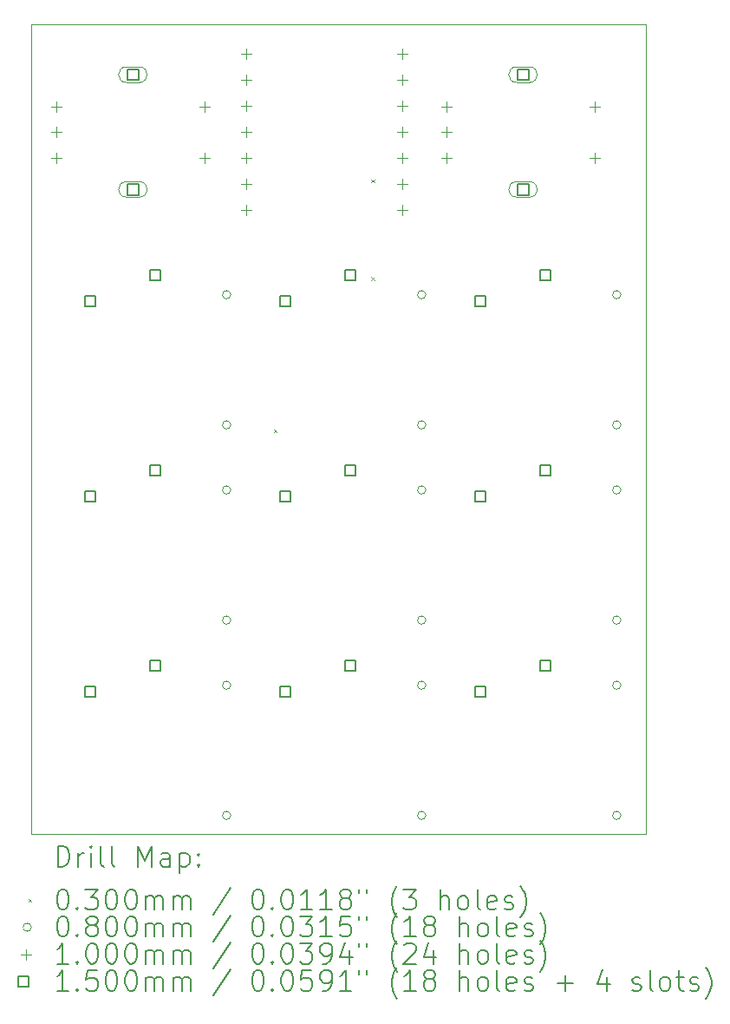
<source format=gbr>
%TF.GenerationSoftware,KiCad,Pcbnew,8.0.5*%
%TF.CreationDate,2024-10-09T00:41:17-05:00*%
%TF.ProjectId,MacroPad for Hackclub,4d616372-6f50-4616-9420-666f72204861,rev?*%
%TF.SameCoordinates,Original*%
%TF.FileFunction,Drillmap*%
%TF.FilePolarity,Positive*%
%FSLAX45Y45*%
G04 Gerber Fmt 4.5, Leading zero omitted, Abs format (unit mm)*
G04 Created by KiCad (PCBNEW 8.0.5) date 2024-10-09 00:41:17*
%MOMM*%
%LPD*%
G01*
G04 APERTURE LIST*
%ADD10C,0.050000*%
%ADD11C,0.200000*%
%ADD12C,0.100000*%
%ADD13C,0.150000*%
G04 APERTURE END LIST*
D10*
X13335000Y-3715000D02*
X19335000Y-3715000D01*
X19335000Y-11615000D01*
X13335000Y-11615000D01*
X13335000Y-3715000D01*
D11*
D12*
X15701250Y-7665000D02*
X15731250Y-7695000D01*
X15731250Y-7665000D02*
X15701250Y-7695000D01*
X16653750Y-5223750D02*
X16683750Y-5253750D01*
X16683750Y-5223750D02*
X16653750Y-5253750D01*
X16653750Y-6176250D02*
X16683750Y-6206250D01*
X16683750Y-6176250D02*
X16653750Y-6206250D01*
X15280000Y-6350000D02*
G75*
G02*
X15200000Y-6350000I-40000J0D01*
G01*
X15200000Y-6350000D02*
G75*
G02*
X15280000Y-6350000I40000J0D01*
G01*
X15280000Y-7620000D02*
G75*
G02*
X15200000Y-7620000I-40000J0D01*
G01*
X15200000Y-7620000D02*
G75*
G02*
X15280000Y-7620000I40000J0D01*
G01*
X15280000Y-8255000D02*
G75*
G02*
X15200000Y-8255000I-40000J0D01*
G01*
X15200000Y-8255000D02*
G75*
G02*
X15280000Y-8255000I40000J0D01*
G01*
X15280000Y-9525000D02*
G75*
G02*
X15200000Y-9525000I-40000J0D01*
G01*
X15200000Y-9525000D02*
G75*
G02*
X15280000Y-9525000I40000J0D01*
G01*
X15280000Y-10160000D02*
G75*
G02*
X15200000Y-10160000I-40000J0D01*
G01*
X15200000Y-10160000D02*
G75*
G02*
X15280000Y-10160000I40000J0D01*
G01*
X15280000Y-11430000D02*
G75*
G02*
X15200000Y-11430000I-40000J0D01*
G01*
X15200000Y-11430000D02*
G75*
G02*
X15280000Y-11430000I40000J0D01*
G01*
X17185000Y-6350000D02*
G75*
G02*
X17105000Y-6350000I-40000J0D01*
G01*
X17105000Y-6350000D02*
G75*
G02*
X17185000Y-6350000I40000J0D01*
G01*
X17185000Y-7620000D02*
G75*
G02*
X17105000Y-7620000I-40000J0D01*
G01*
X17105000Y-7620000D02*
G75*
G02*
X17185000Y-7620000I40000J0D01*
G01*
X17185000Y-8255000D02*
G75*
G02*
X17105000Y-8255000I-40000J0D01*
G01*
X17105000Y-8255000D02*
G75*
G02*
X17185000Y-8255000I40000J0D01*
G01*
X17185000Y-9525000D02*
G75*
G02*
X17105000Y-9525000I-40000J0D01*
G01*
X17105000Y-9525000D02*
G75*
G02*
X17185000Y-9525000I40000J0D01*
G01*
X17185000Y-10160000D02*
G75*
G02*
X17105000Y-10160000I-40000J0D01*
G01*
X17105000Y-10160000D02*
G75*
G02*
X17185000Y-10160000I40000J0D01*
G01*
X17185000Y-11430000D02*
G75*
G02*
X17105000Y-11430000I-40000J0D01*
G01*
X17105000Y-11430000D02*
G75*
G02*
X17185000Y-11430000I40000J0D01*
G01*
X19090000Y-6350000D02*
G75*
G02*
X19010000Y-6350000I-40000J0D01*
G01*
X19010000Y-6350000D02*
G75*
G02*
X19090000Y-6350000I40000J0D01*
G01*
X19090000Y-7620000D02*
G75*
G02*
X19010000Y-7620000I-40000J0D01*
G01*
X19010000Y-7620000D02*
G75*
G02*
X19090000Y-7620000I40000J0D01*
G01*
X19090000Y-8255000D02*
G75*
G02*
X19010000Y-8255000I-40000J0D01*
G01*
X19010000Y-8255000D02*
G75*
G02*
X19090000Y-8255000I40000J0D01*
G01*
X19090000Y-9525000D02*
G75*
G02*
X19010000Y-9525000I-40000J0D01*
G01*
X19010000Y-9525000D02*
G75*
G02*
X19090000Y-9525000I40000J0D01*
G01*
X19090000Y-10160000D02*
G75*
G02*
X19010000Y-10160000I-40000J0D01*
G01*
X19010000Y-10160000D02*
G75*
G02*
X19090000Y-10160000I40000J0D01*
G01*
X19090000Y-11430000D02*
G75*
G02*
X19010000Y-11430000I-40000J0D01*
G01*
X19010000Y-11430000D02*
G75*
G02*
X19090000Y-11430000I40000J0D01*
G01*
X13575000Y-4462500D02*
X13575000Y-4562500D01*
X13525000Y-4512500D02*
X13625000Y-4512500D01*
X13575000Y-4712500D02*
X13575000Y-4812500D01*
X13525000Y-4762500D02*
X13625000Y-4762500D01*
X13575000Y-4962500D02*
X13575000Y-5062500D01*
X13525000Y-5012500D02*
X13625000Y-5012500D01*
X15025000Y-4462500D02*
X15025000Y-4562500D01*
X14975000Y-4512500D02*
X15075000Y-4512500D01*
X15025000Y-4962500D02*
X15025000Y-5062500D01*
X14975000Y-5012500D02*
X15075000Y-5012500D01*
X15430000Y-3950500D02*
X15430000Y-4050500D01*
X15380000Y-4000500D02*
X15480000Y-4000500D01*
X15430000Y-4204500D02*
X15430000Y-4304500D01*
X15380000Y-4254500D02*
X15480000Y-4254500D01*
X15430000Y-4458500D02*
X15430000Y-4558500D01*
X15380000Y-4508500D02*
X15480000Y-4508500D01*
X15430000Y-4712500D02*
X15430000Y-4812500D01*
X15380000Y-4762500D02*
X15480000Y-4762500D01*
X15430000Y-4966500D02*
X15430000Y-5066500D01*
X15380000Y-5016500D02*
X15480000Y-5016500D01*
X15430000Y-5220500D02*
X15430000Y-5320500D01*
X15380000Y-5270500D02*
X15480000Y-5270500D01*
X15430000Y-5474500D02*
X15430000Y-5574500D01*
X15380000Y-5524500D02*
X15480000Y-5524500D01*
X16955000Y-3950500D02*
X16955000Y-4050500D01*
X16905000Y-4000500D02*
X17005000Y-4000500D01*
X16955000Y-4204500D02*
X16955000Y-4304500D01*
X16905000Y-4254500D02*
X17005000Y-4254500D01*
X16955000Y-4458500D02*
X16955000Y-4558500D01*
X16905000Y-4508500D02*
X17005000Y-4508500D01*
X16955000Y-4712500D02*
X16955000Y-4812500D01*
X16905000Y-4762500D02*
X17005000Y-4762500D01*
X16955000Y-4966500D02*
X16955000Y-5066500D01*
X16905000Y-5016500D02*
X17005000Y-5016500D01*
X16955000Y-5220500D02*
X16955000Y-5320500D01*
X16905000Y-5270500D02*
X17005000Y-5270500D01*
X16955000Y-5474500D02*
X16955000Y-5574500D01*
X16905000Y-5524500D02*
X17005000Y-5524500D01*
X17385000Y-4462500D02*
X17385000Y-4562500D01*
X17335000Y-4512500D02*
X17435000Y-4512500D01*
X17385000Y-4712500D02*
X17385000Y-4812500D01*
X17335000Y-4762500D02*
X17435000Y-4762500D01*
X17385000Y-4962500D02*
X17385000Y-5062500D01*
X17335000Y-5012500D02*
X17435000Y-5012500D01*
X18835000Y-4462500D02*
X18835000Y-4562500D01*
X18785000Y-4512500D02*
X18885000Y-4512500D01*
X18835000Y-4962500D02*
X18835000Y-5062500D01*
X18785000Y-5012500D02*
X18885000Y-5012500D01*
D13*
X13959533Y-6466533D02*
X13959533Y-6360466D01*
X13853466Y-6360466D01*
X13853466Y-6466533D01*
X13959533Y-6466533D01*
X13959533Y-8371533D02*
X13959533Y-8265466D01*
X13853466Y-8265466D01*
X13853466Y-8371533D01*
X13959533Y-8371533D01*
X13959533Y-10276534D02*
X13959533Y-10170467D01*
X13853466Y-10170467D01*
X13853466Y-10276534D01*
X13959533Y-10276534D01*
X14378033Y-4255534D02*
X14378033Y-4149466D01*
X14271966Y-4149466D01*
X14271966Y-4255534D01*
X14378033Y-4255534D01*
D12*
X14260000Y-4277500D02*
X14390000Y-4277500D01*
X14390000Y-4127500D02*
G75*
G02*
X14390000Y-4277500I0J-75000D01*
G01*
X14390000Y-4127500D02*
X14260000Y-4127500D01*
X14260000Y-4127500D02*
G75*
G03*
X14260000Y-4277500I0J-75000D01*
G01*
D13*
X14378033Y-5375534D02*
X14378033Y-5269467D01*
X14271966Y-5269467D01*
X14271966Y-5375534D01*
X14378033Y-5375534D01*
D12*
X14260000Y-5397500D02*
X14390000Y-5397500D01*
X14390000Y-5247500D02*
G75*
G02*
X14390000Y-5397500I0J-75000D01*
G01*
X14390000Y-5247500D02*
X14260000Y-5247500D01*
X14260000Y-5247500D02*
G75*
G03*
X14260000Y-5397500I0J-75000D01*
G01*
D13*
X14594533Y-6212533D02*
X14594533Y-6106466D01*
X14488466Y-6106466D01*
X14488466Y-6212533D01*
X14594533Y-6212533D01*
X14594533Y-8117533D02*
X14594533Y-8011466D01*
X14488466Y-8011466D01*
X14488466Y-8117533D01*
X14594533Y-8117533D01*
X14594533Y-10022534D02*
X14594533Y-9916467D01*
X14488466Y-9916467D01*
X14488466Y-10022534D01*
X14594533Y-10022534D01*
X15864533Y-6466533D02*
X15864533Y-6360466D01*
X15758466Y-6360466D01*
X15758466Y-6466533D01*
X15864533Y-6466533D01*
X15864533Y-8371533D02*
X15864533Y-8265466D01*
X15758466Y-8265466D01*
X15758466Y-8371533D01*
X15864533Y-8371533D01*
X15864533Y-10276534D02*
X15864533Y-10170467D01*
X15758466Y-10170467D01*
X15758466Y-10276534D01*
X15864533Y-10276534D01*
X16499533Y-6212533D02*
X16499533Y-6106466D01*
X16393466Y-6106466D01*
X16393466Y-6212533D01*
X16499533Y-6212533D01*
X16499533Y-8117533D02*
X16499533Y-8011466D01*
X16393466Y-8011466D01*
X16393466Y-8117533D01*
X16499533Y-8117533D01*
X16499533Y-10022534D02*
X16499533Y-9916467D01*
X16393466Y-9916467D01*
X16393466Y-10022534D01*
X16499533Y-10022534D01*
X17769534Y-6466533D02*
X17769534Y-6360466D01*
X17663467Y-6360466D01*
X17663467Y-6466533D01*
X17769534Y-6466533D01*
X17769534Y-8371533D02*
X17769534Y-8265466D01*
X17663467Y-8265466D01*
X17663467Y-8371533D01*
X17769534Y-8371533D01*
X17769534Y-10276534D02*
X17769534Y-10170467D01*
X17663467Y-10170467D01*
X17663467Y-10276534D01*
X17769534Y-10276534D01*
X18188034Y-4255534D02*
X18188034Y-4149466D01*
X18081967Y-4149466D01*
X18081967Y-4255534D01*
X18188034Y-4255534D01*
D12*
X18070000Y-4277500D02*
X18200000Y-4277500D01*
X18200000Y-4127500D02*
G75*
G02*
X18200000Y-4277500I0J-75000D01*
G01*
X18200000Y-4127500D02*
X18070000Y-4127500D01*
X18070000Y-4127500D02*
G75*
G03*
X18070000Y-4277500I0J-75000D01*
G01*
D13*
X18188034Y-5375534D02*
X18188034Y-5269467D01*
X18081967Y-5269467D01*
X18081967Y-5375534D01*
X18188034Y-5375534D01*
D12*
X18070000Y-5397500D02*
X18200000Y-5397500D01*
X18200000Y-5247500D02*
G75*
G02*
X18200000Y-5397500I0J-75000D01*
G01*
X18200000Y-5247500D02*
X18070000Y-5247500D01*
X18070000Y-5247500D02*
G75*
G03*
X18070000Y-5397500I0J-75000D01*
G01*
D13*
X18404534Y-6212533D02*
X18404534Y-6106466D01*
X18298467Y-6106466D01*
X18298467Y-6212533D01*
X18404534Y-6212533D01*
X18404534Y-8117533D02*
X18404534Y-8011466D01*
X18298467Y-8011466D01*
X18298467Y-8117533D01*
X18404534Y-8117533D01*
X18404534Y-10022534D02*
X18404534Y-9916467D01*
X18298467Y-9916467D01*
X18298467Y-10022534D01*
X18404534Y-10022534D01*
D11*
X13593277Y-11928984D02*
X13593277Y-11728984D01*
X13593277Y-11728984D02*
X13640896Y-11728984D01*
X13640896Y-11728984D02*
X13669467Y-11738508D01*
X13669467Y-11738508D02*
X13688515Y-11757555D01*
X13688515Y-11757555D02*
X13698039Y-11776603D01*
X13698039Y-11776603D02*
X13707562Y-11814698D01*
X13707562Y-11814698D02*
X13707562Y-11843269D01*
X13707562Y-11843269D02*
X13698039Y-11881365D01*
X13698039Y-11881365D02*
X13688515Y-11900412D01*
X13688515Y-11900412D02*
X13669467Y-11919460D01*
X13669467Y-11919460D02*
X13640896Y-11928984D01*
X13640896Y-11928984D02*
X13593277Y-11928984D01*
X13793277Y-11928984D02*
X13793277Y-11795650D01*
X13793277Y-11833746D02*
X13802801Y-11814698D01*
X13802801Y-11814698D02*
X13812324Y-11805174D01*
X13812324Y-11805174D02*
X13831372Y-11795650D01*
X13831372Y-11795650D02*
X13850420Y-11795650D01*
X13917086Y-11928984D02*
X13917086Y-11795650D01*
X13917086Y-11728984D02*
X13907562Y-11738508D01*
X13907562Y-11738508D02*
X13917086Y-11748031D01*
X13917086Y-11748031D02*
X13926610Y-11738508D01*
X13926610Y-11738508D02*
X13917086Y-11728984D01*
X13917086Y-11728984D02*
X13917086Y-11748031D01*
X14040896Y-11928984D02*
X14021848Y-11919460D01*
X14021848Y-11919460D02*
X14012324Y-11900412D01*
X14012324Y-11900412D02*
X14012324Y-11728984D01*
X14145658Y-11928984D02*
X14126610Y-11919460D01*
X14126610Y-11919460D02*
X14117086Y-11900412D01*
X14117086Y-11900412D02*
X14117086Y-11728984D01*
X14374229Y-11928984D02*
X14374229Y-11728984D01*
X14374229Y-11728984D02*
X14440896Y-11871841D01*
X14440896Y-11871841D02*
X14507562Y-11728984D01*
X14507562Y-11728984D02*
X14507562Y-11928984D01*
X14688515Y-11928984D02*
X14688515Y-11824222D01*
X14688515Y-11824222D02*
X14678991Y-11805174D01*
X14678991Y-11805174D02*
X14659943Y-11795650D01*
X14659943Y-11795650D02*
X14621848Y-11795650D01*
X14621848Y-11795650D02*
X14602801Y-11805174D01*
X14688515Y-11919460D02*
X14669467Y-11928984D01*
X14669467Y-11928984D02*
X14621848Y-11928984D01*
X14621848Y-11928984D02*
X14602801Y-11919460D01*
X14602801Y-11919460D02*
X14593277Y-11900412D01*
X14593277Y-11900412D02*
X14593277Y-11881365D01*
X14593277Y-11881365D02*
X14602801Y-11862317D01*
X14602801Y-11862317D02*
X14621848Y-11852793D01*
X14621848Y-11852793D02*
X14669467Y-11852793D01*
X14669467Y-11852793D02*
X14688515Y-11843269D01*
X14783753Y-11795650D02*
X14783753Y-11995650D01*
X14783753Y-11805174D02*
X14802801Y-11795650D01*
X14802801Y-11795650D02*
X14840896Y-11795650D01*
X14840896Y-11795650D02*
X14859943Y-11805174D01*
X14859943Y-11805174D02*
X14869467Y-11814698D01*
X14869467Y-11814698D02*
X14878991Y-11833746D01*
X14878991Y-11833746D02*
X14878991Y-11890888D01*
X14878991Y-11890888D02*
X14869467Y-11909936D01*
X14869467Y-11909936D02*
X14859943Y-11919460D01*
X14859943Y-11919460D02*
X14840896Y-11928984D01*
X14840896Y-11928984D02*
X14802801Y-11928984D01*
X14802801Y-11928984D02*
X14783753Y-11919460D01*
X14964705Y-11909936D02*
X14974229Y-11919460D01*
X14974229Y-11919460D02*
X14964705Y-11928984D01*
X14964705Y-11928984D02*
X14955182Y-11919460D01*
X14955182Y-11919460D02*
X14964705Y-11909936D01*
X14964705Y-11909936D02*
X14964705Y-11928984D01*
X14964705Y-11805174D02*
X14974229Y-11814698D01*
X14974229Y-11814698D02*
X14964705Y-11824222D01*
X14964705Y-11824222D02*
X14955182Y-11814698D01*
X14955182Y-11814698D02*
X14964705Y-11805174D01*
X14964705Y-11805174D02*
X14964705Y-11824222D01*
D12*
X13302500Y-12242500D02*
X13332500Y-12272500D01*
X13332500Y-12242500D02*
X13302500Y-12272500D01*
D11*
X13631372Y-12148984D02*
X13650420Y-12148984D01*
X13650420Y-12148984D02*
X13669467Y-12158508D01*
X13669467Y-12158508D02*
X13678991Y-12168031D01*
X13678991Y-12168031D02*
X13688515Y-12187079D01*
X13688515Y-12187079D02*
X13698039Y-12225174D01*
X13698039Y-12225174D02*
X13698039Y-12272793D01*
X13698039Y-12272793D02*
X13688515Y-12310888D01*
X13688515Y-12310888D02*
X13678991Y-12329936D01*
X13678991Y-12329936D02*
X13669467Y-12339460D01*
X13669467Y-12339460D02*
X13650420Y-12348984D01*
X13650420Y-12348984D02*
X13631372Y-12348984D01*
X13631372Y-12348984D02*
X13612324Y-12339460D01*
X13612324Y-12339460D02*
X13602801Y-12329936D01*
X13602801Y-12329936D02*
X13593277Y-12310888D01*
X13593277Y-12310888D02*
X13583753Y-12272793D01*
X13583753Y-12272793D02*
X13583753Y-12225174D01*
X13583753Y-12225174D02*
X13593277Y-12187079D01*
X13593277Y-12187079D02*
X13602801Y-12168031D01*
X13602801Y-12168031D02*
X13612324Y-12158508D01*
X13612324Y-12158508D02*
X13631372Y-12148984D01*
X13783753Y-12329936D02*
X13793277Y-12339460D01*
X13793277Y-12339460D02*
X13783753Y-12348984D01*
X13783753Y-12348984D02*
X13774229Y-12339460D01*
X13774229Y-12339460D02*
X13783753Y-12329936D01*
X13783753Y-12329936D02*
X13783753Y-12348984D01*
X13859943Y-12148984D02*
X13983753Y-12148984D01*
X13983753Y-12148984D02*
X13917086Y-12225174D01*
X13917086Y-12225174D02*
X13945658Y-12225174D01*
X13945658Y-12225174D02*
X13964705Y-12234698D01*
X13964705Y-12234698D02*
X13974229Y-12244222D01*
X13974229Y-12244222D02*
X13983753Y-12263269D01*
X13983753Y-12263269D02*
X13983753Y-12310888D01*
X13983753Y-12310888D02*
X13974229Y-12329936D01*
X13974229Y-12329936D02*
X13964705Y-12339460D01*
X13964705Y-12339460D02*
X13945658Y-12348984D01*
X13945658Y-12348984D02*
X13888515Y-12348984D01*
X13888515Y-12348984D02*
X13869467Y-12339460D01*
X13869467Y-12339460D02*
X13859943Y-12329936D01*
X14107562Y-12148984D02*
X14126610Y-12148984D01*
X14126610Y-12148984D02*
X14145658Y-12158508D01*
X14145658Y-12158508D02*
X14155182Y-12168031D01*
X14155182Y-12168031D02*
X14164705Y-12187079D01*
X14164705Y-12187079D02*
X14174229Y-12225174D01*
X14174229Y-12225174D02*
X14174229Y-12272793D01*
X14174229Y-12272793D02*
X14164705Y-12310888D01*
X14164705Y-12310888D02*
X14155182Y-12329936D01*
X14155182Y-12329936D02*
X14145658Y-12339460D01*
X14145658Y-12339460D02*
X14126610Y-12348984D01*
X14126610Y-12348984D02*
X14107562Y-12348984D01*
X14107562Y-12348984D02*
X14088515Y-12339460D01*
X14088515Y-12339460D02*
X14078991Y-12329936D01*
X14078991Y-12329936D02*
X14069467Y-12310888D01*
X14069467Y-12310888D02*
X14059943Y-12272793D01*
X14059943Y-12272793D02*
X14059943Y-12225174D01*
X14059943Y-12225174D02*
X14069467Y-12187079D01*
X14069467Y-12187079D02*
X14078991Y-12168031D01*
X14078991Y-12168031D02*
X14088515Y-12158508D01*
X14088515Y-12158508D02*
X14107562Y-12148984D01*
X14298039Y-12148984D02*
X14317086Y-12148984D01*
X14317086Y-12148984D02*
X14336134Y-12158508D01*
X14336134Y-12158508D02*
X14345658Y-12168031D01*
X14345658Y-12168031D02*
X14355182Y-12187079D01*
X14355182Y-12187079D02*
X14364705Y-12225174D01*
X14364705Y-12225174D02*
X14364705Y-12272793D01*
X14364705Y-12272793D02*
X14355182Y-12310888D01*
X14355182Y-12310888D02*
X14345658Y-12329936D01*
X14345658Y-12329936D02*
X14336134Y-12339460D01*
X14336134Y-12339460D02*
X14317086Y-12348984D01*
X14317086Y-12348984D02*
X14298039Y-12348984D01*
X14298039Y-12348984D02*
X14278991Y-12339460D01*
X14278991Y-12339460D02*
X14269467Y-12329936D01*
X14269467Y-12329936D02*
X14259943Y-12310888D01*
X14259943Y-12310888D02*
X14250420Y-12272793D01*
X14250420Y-12272793D02*
X14250420Y-12225174D01*
X14250420Y-12225174D02*
X14259943Y-12187079D01*
X14259943Y-12187079D02*
X14269467Y-12168031D01*
X14269467Y-12168031D02*
X14278991Y-12158508D01*
X14278991Y-12158508D02*
X14298039Y-12148984D01*
X14450420Y-12348984D02*
X14450420Y-12215650D01*
X14450420Y-12234698D02*
X14459943Y-12225174D01*
X14459943Y-12225174D02*
X14478991Y-12215650D01*
X14478991Y-12215650D02*
X14507563Y-12215650D01*
X14507563Y-12215650D02*
X14526610Y-12225174D01*
X14526610Y-12225174D02*
X14536134Y-12244222D01*
X14536134Y-12244222D02*
X14536134Y-12348984D01*
X14536134Y-12244222D02*
X14545658Y-12225174D01*
X14545658Y-12225174D02*
X14564705Y-12215650D01*
X14564705Y-12215650D02*
X14593277Y-12215650D01*
X14593277Y-12215650D02*
X14612324Y-12225174D01*
X14612324Y-12225174D02*
X14621848Y-12244222D01*
X14621848Y-12244222D02*
X14621848Y-12348984D01*
X14717086Y-12348984D02*
X14717086Y-12215650D01*
X14717086Y-12234698D02*
X14726610Y-12225174D01*
X14726610Y-12225174D02*
X14745658Y-12215650D01*
X14745658Y-12215650D02*
X14774229Y-12215650D01*
X14774229Y-12215650D02*
X14793277Y-12225174D01*
X14793277Y-12225174D02*
X14802801Y-12244222D01*
X14802801Y-12244222D02*
X14802801Y-12348984D01*
X14802801Y-12244222D02*
X14812324Y-12225174D01*
X14812324Y-12225174D02*
X14831372Y-12215650D01*
X14831372Y-12215650D02*
X14859943Y-12215650D01*
X14859943Y-12215650D02*
X14878991Y-12225174D01*
X14878991Y-12225174D02*
X14888515Y-12244222D01*
X14888515Y-12244222D02*
X14888515Y-12348984D01*
X15278991Y-12139460D02*
X15107563Y-12396603D01*
X15536134Y-12148984D02*
X15555182Y-12148984D01*
X15555182Y-12148984D02*
X15574229Y-12158508D01*
X15574229Y-12158508D02*
X15583753Y-12168031D01*
X15583753Y-12168031D02*
X15593277Y-12187079D01*
X15593277Y-12187079D02*
X15602801Y-12225174D01*
X15602801Y-12225174D02*
X15602801Y-12272793D01*
X15602801Y-12272793D02*
X15593277Y-12310888D01*
X15593277Y-12310888D02*
X15583753Y-12329936D01*
X15583753Y-12329936D02*
X15574229Y-12339460D01*
X15574229Y-12339460D02*
X15555182Y-12348984D01*
X15555182Y-12348984D02*
X15536134Y-12348984D01*
X15536134Y-12348984D02*
X15517086Y-12339460D01*
X15517086Y-12339460D02*
X15507563Y-12329936D01*
X15507563Y-12329936D02*
X15498039Y-12310888D01*
X15498039Y-12310888D02*
X15488515Y-12272793D01*
X15488515Y-12272793D02*
X15488515Y-12225174D01*
X15488515Y-12225174D02*
X15498039Y-12187079D01*
X15498039Y-12187079D02*
X15507563Y-12168031D01*
X15507563Y-12168031D02*
X15517086Y-12158508D01*
X15517086Y-12158508D02*
X15536134Y-12148984D01*
X15688515Y-12329936D02*
X15698039Y-12339460D01*
X15698039Y-12339460D02*
X15688515Y-12348984D01*
X15688515Y-12348984D02*
X15678991Y-12339460D01*
X15678991Y-12339460D02*
X15688515Y-12329936D01*
X15688515Y-12329936D02*
X15688515Y-12348984D01*
X15821848Y-12148984D02*
X15840896Y-12148984D01*
X15840896Y-12148984D02*
X15859944Y-12158508D01*
X15859944Y-12158508D02*
X15869467Y-12168031D01*
X15869467Y-12168031D02*
X15878991Y-12187079D01*
X15878991Y-12187079D02*
X15888515Y-12225174D01*
X15888515Y-12225174D02*
X15888515Y-12272793D01*
X15888515Y-12272793D02*
X15878991Y-12310888D01*
X15878991Y-12310888D02*
X15869467Y-12329936D01*
X15869467Y-12329936D02*
X15859944Y-12339460D01*
X15859944Y-12339460D02*
X15840896Y-12348984D01*
X15840896Y-12348984D02*
X15821848Y-12348984D01*
X15821848Y-12348984D02*
X15802801Y-12339460D01*
X15802801Y-12339460D02*
X15793277Y-12329936D01*
X15793277Y-12329936D02*
X15783753Y-12310888D01*
X15783753Y-12310888D02*
X15774229Y-12272793D01*
X15774229Y-12272793D02*
X15774229Y-12225174D01*
X15774229Y-12225174D02*
X15783753Y-12187079D01*
X15783753Y-12187079D02*
X15793277Y-12168031D01*
X15793277Y-12168031D02*
X15802801Y-12158508D01*
X15802801Y-12158508D02*
X15821848Y-12148984D01*
X16078991Y-12348984D02*
X15964706Y-12348984D01*
X16021848Y-12348984D02*
X16021848Y-12148984D01*
X16021848Y-12148984D02*
X16002801Y-12177555D01*
X16002801Y-12177555D02*
X15983753Y-12196603D01*
X15983753Y-12196603D02*
X15964706Y-12206127D01*
X16269467Y-12348984D02*
X16155182Y-12348984D01*
X16212325Y-12348984D02*
X16212325Y-12148984D01*
X16212325Y-12148984D02*
X16193277Y-12177555D01*
X16193277Y-12177555D02*
X16174229Y-12196603D01*
X16174229Y-12196603D02*
X16155182Y-12206127D01*
X16383753Y-12234698D02*
X16364706Y-12225174D01*
X16364706Y-12225174D02*
X16355182Y-12215650D01*
X16355182Y-12215650D02*
X16345658Y-12196603D01*
X16345658Y-12196603D02*
X16345658Y-12187079D01*
X16345658Y-12187079D02*
X16355182Y-12168031D01*
X16355182Y-12168031D02*
X16364706Y-12158508D01*
X16364706Y-12158508D02*
X16383753Y-12148984D01*
X16383753Y-12148984D02*
X16421848Y-12148984D01*
X16421848Y-12148984D02*
X16440896Y-12158508D01*
X16440896Y-12158508D02*
X16450420Y-12168031D01*
X16450420Y-12168031D02*
X16459944Y-12187079D01*
X16459944Y-12187079D02*
X16459944Y-12196603D01*
X16459944Y-12196603D02*
X16450420Y-12215650D01*
X16450420Y-12215650D02*
X16440896Y-12225174D01*
X16440896Y-12225174D02*
X16421848Y-12234698D01*
X16421848Y-12234698D02*
X16383753Y-12234698D01*
X16383753Y-12234698D02*
X16364706Y-12244222D01*
X16364706Y-12244222D02*
X16355182Y-12253746D01*
X16355182Y-12253746D02*
X16345658Y-12272793D01*
X16345658Y-12272793D02*
X16345658Y-12310888D01*
X16345658Y-12310888D02*
X16355182Y-12329936D01*
X16355182Y-12329936D02*
X16364706Y-12339460D01*
X16364706Y-12339460D02*
X16383753Y-12348984D01*
X16383753Y-12348984D02*
X16421848Y-12348984D01*
X16421848Y-12348984D02*
X16440896Y-12339460D01*
X16440896Y-12339460D02*
X16450420Y-12329936D01*
X16450420Y-12329936D02*
X16459944Y-12310888D01*
X16459944Y-12310888D02*
X16459944Y-12272793D01*
X16459944Y-12272793D02*
X16450420Y-12253746D01*
X16450420Y-12253746D02*
X16440896Y-12244222D01*
X16440896Y-12244222D02*
X16421848Y-12234698D01*
X16536134Y-12148984D02*
X16536134Y-12187079D01*
X16612325Y-12148984D02*
X16612325Y-12187079D01*
X16907563Y-12425174D02*
X16898039Y-12415650D01*
X16898039Y-12415650D02*
X16878991Y-12387079D01*
X16878991Y-12387079D02*
X16869468Y-12368031D01*
X16869468Y-12368031D02*
X16859944Y-12339460D01*
X16859944Y-12339460D02*
X16850420Y-12291841D01*
X16850420Y-12291841D02*
X16850420Y-12253746D01*
X16850420Y-12253746D02*
X16859944Y-12206127D01*
X16859944Y-12206127D02*
X16869468Y-12177555D01*
X16869468Y-12177555D02*
X16878991Y-12158508D01*
X16878991Y-12158508D02*
X16898039Y-12129936D01*
X16898039Y-12129936D02*
X16907563Y-12120412D01*
X16964706Y-12148984D02*
X17088515Y-12148984D01*
X17088515Y-12148984D02*
X17021849Y-12225174D01*
X17021849Y-12225174D02*
X17050420Y-12225174D01*
X17050420Y-12225174D02*
X17069468Y-12234698D01*
X17069468Y-12234698D02*
X17078991Y-12244222D01*
X17078991Y-12244222D02*
X17088515Y-12263269D01*
X17088515Y-12263269D02*
X17088515Y-12310888D01*
X17088515Y-12310888D02*
X17078991Y-12329936D01*
X17078991Y-12329936D02*
X17069468Y-12339460D01*
X17069468Y-12339460D02*
X17050420Y-12348984D01*
X17050420Y-12348984D02*
X16993277Y-12348984D01*
X16993277Y-12348984D02*
X16974230Y-12339460D01*
X16974230Y-12339460D02*
X16964706Y-12329936D01*
X17326611Y-12348984D02*
X17326611Y-12148984D01*
X17412325Y-12348984D02*
X17412325Y-12244222D01*
X17412325Y-12244222D02*
X17402801Y-12225174D01*
X17402801Y-12225174D02*
X17383753Y-12215650D01*
X17383753Y-12215650D02*
X17355182Y-12215650D01*
X17355182Y-12215650D02*
X17336134Y-12225174D01*
X17336134Y-12225174D02*
X17326611Y-12234698D01*
X17536134Y-12348984D02*
X17517087Y-12339460D01*
X17517087Y-12339460D02*
X17507563Y-12329936D01*
X17507563Y-12329936D02*
X17498039Y-12310888D01*
X17498039Y-12310888D02*
X17498039Y-12253746D01*
X17498039Y-12253746D02*
X17507563Y-12234698D01*
X17507563Y-12234698D02*
X17517087Y-12225174D01*
X17517087Y-12225174D02*
X17536134Y-12215650D01*
X17536134Y-12215650D02*
X17564706Y-12215650D01*
X17564706Y-12215650D02*
X17583753Y-12225174D01*
X17583753Y-12225174D02*
X17593277Y-12234698D01*
X17593277Y-12234698D02*
X17602801Y-12253746D01*
X17602801Y-12253746D02*
X17602801Y-12310888D01*
X17602801Y-12310888D02*
X17593277Y-12329936D01*
X17593277Y-12329936D02*
X17583753Y-12339460D01*
X17583753Y-12339460D02*
X17564706Y-12348984D01*
X17564706Y-12348984D02*
X17536134Y-12348984D01*
X17717087Y-12348984D02*
X17698039Y-12339460D01*
X17698039Y-12339460D02*
X17688515Y-12320412D01*
X17688515Y-12320412D02*
X17688515Y-12148984D01*
X17869468Y-12339460D02*
X17850420Y-12348984D01*
X17850420Y-12348984D02*
X17812325Y-12348984D01*
X17812325Y-12348984D02*
X17793277Y-12339460D01*
X17793277Y-12339460D02*
X17783753Y-12320412D01*
X17783753Y-12320412D02*
X17783753Y-12244222D01*
X17783753Y-12244222D02*
X17793277Y-12225174D01*
X17793277Y-12225174D02*
X17812325Y-12215650D01*
X17812325Y-12215650D02*
X17850420Y-12215650D01*
X17850420Y-12215650D02*
X17869468Y-12225174D01*
X17869468Y-12225174D02*
X17878992Y-12244222D01*
X17878992Y-12244222D02*
X17878992Y-12263269D01*
X17878992Y-12263269D02*
X17783753Y-12282317D01*
X17955182Y-12339460D02*
X17974230Y-12348984D01*
X17974230Y-12348984D02*
X18012325Y-12348984D01*
X18012325Y-12348984D02*
X18031373Y-12339460D01*
X18031373Y-12339460D02*
X18040896Y-12320412D01*
X18040896Y-12320412D02*
X18040896Y-12310888D01*
X18040896Y-12310888D02*
X18031373Y-12291841D01*
X18031373Y-12291841D02*
X18012325Y-12282317D01*
X18012325Y-12282317D02*
X17983753Y-12282317D01*
X17983753Y-12282317D02*
X17964706Y-12272793D01*
X17964706Y-12272793D02*
X17955182Y-12253746D01*
X17955182Y-12253746D02*
X17955182Y-12244222D01*
X17955182Y-12244222D02*
X17964706Y-12225174D01*
X17964706Y-12225174D02*
X17983753Y-12215650D01*
X17983753Y-12215650D02*
X18012325Y-12215650D01*
X18012325Y-12215650D02*
X18031373Y-12225174D01*
X18107563Y-12425174D02*
X18117087Y-12415650D01*
X18117087Y-12415650D02*
X18136134Y-12387079D01*
X18136134Y-12387079D02*
X18145658Y-12368031D01*
X18145658Y-12368031D02*
X18155182Y-12339460D01*
X18155182Y-12339460D02*
X18164706Y-12291841D01*
X18164706Y-12291841D02*
X18164706Y-12253746D01*
X18164706Y-12253746D02*
X18155182Y-12206127D01*
X18155182Y-12206127D02*
X18145658Y-12177555D01*
X18145658Y-12177555D02*
X18136134Y-12158508D01*
X18136134Y-12158508D02*
X18117087Y-12129936D01*
X18117087Y-12129936D02*
X18107563Y-12120412D01*
D12*
X13332500Y-12521500D02*
G75*
G02*
X13252500Y-12521500I-40000J0D01*
G01*
X13252500Y-12521500D02*
G75*
G02*
X13332500Y-12521500I40000J0D01*
G01*
D11*
X13631372Y-12412984D02*
X13650420Y-12412984D01*
X13650420Y-12412984D02*
X13669467Y-12422508D01*
X13669467Y-12422508D02*
X13678991Y-12432031D01*
X13678991Y-12432031D02*
X13688515Y-12451079D01*
X13688515Y-12451079D02*
X13698039Y-12489174D01*
X13698039Y-12489174D02*
X13698039Y-12536793D01*
X13698039Y-12536793D02*
X13688515Y-12574888D01*
X13688515Y-12574888D02*
X13678991Y-12593936D01*
X13678991Y-12593936D02*
X13669467Y-12603460D01*
X13669467Y-12603460D02*
X13650420Y-12612984D01*
X13650420Y-12612984D02*
X13631372Y-12612984D01*
X13631372Y-12612984D02*
X13612324Y-12603460D01*
X13612324Y-12603460D02*
X13602801Y-12593936D01*
X13602801Y-12593936D02*
X13593277Y-12574888D01*
X13593277Y-12574888D02*
X13583753Y-12536793D01*
X13583753Y-12536793D02*
X13583753Y-12489174D01*
X13583753Y-12489174D02*
X13593277Y-12451079D01*
X13593277Y-12451079D02*
X13602801Y-12432031D01*
X13602801Y-12432031D02*
X13612324Y-12422508D01*
X13612324Y-12422508D02*
X13631372Y-12412984D01*
X13783753Y-12593936D02*
X13793277Y-12603460D01*
X13793277Y-12603460D02*
X13783753Y-12612984D01*
X13783753Y-12612984D02*
X13774229Y-12603460D01*
X13774229Y-12603460D02*
X13783753Y-12593936D01*
X13783753Y-12593936D02*
X13783753Y-12612984D01*
X13907562Y-12498698D02*
X13888515Y-12489174D01*
X13888515Y-12489174D02*
X13878991Y-12479650D01*
X13878991Y-12479650D02*
X13869467Y-12460603D01*
X13869467Y-12460603D02*
X13869467Y-12451079D01*
X13869467Y-12451079D02*
X13878991Y-12432031D01*
X13878991Y-12432031D02*
X13888515Y-12422508D01*
X13888515Y-12422508D02*
X13907562Y-12412984D01*
X13907562Y-12412984D02*
X13945658Y-12412984D01*
X13945658Y-12412984D02*
X13964705Y-12422508D01*
X13964705Y-12422508D02*
X13974229Y-12432031D01*
X13974229Y-12432031D02*
X13983753Y-12451079D01*
X13983753Y-12451079D02*
X13983753Y-12460603D01*
X13983753Y-12460603D02*
X13974229Y-12479650D01*
X13974229Y-12479650D02*
X13964705Y-12489174D01*
X13964705Y-12489174D02*
X13945658Y-12498698D01*
X13945658Y-12498698D02*
X13907562Y-12498698D01*
X13907562Y-12498698D02*
X13888515Y-12508222D01*
X13888515Y-12508222D02*
X13878991Y-12517746D01*
X13878991Y-12517746D02*
X13869467Y-12536793D01*
X13869467Y-12536793D02*
X13869467Y-12574888D01*
X13869467Y-12574888D02*
X13878991Y-12593936D01*
X13878991Y-12593936D02*
X13888515Y-12603460D01*
X13888515Y-12603460D02*
X13907562Y-12612984D01*
X13907562Y-12612984D02*
X13945658Y-12612984D01*
X13945658Y-12612984D02*
X13964705Y-12603460D01*
X13964705Y-12603460D02*
X13974229Y-12593936D01*
X13974229Y-12593936D02*
X13983753Y-12574888D01*
X13983753Y-12574888D02*
X13983753Y-12536793D01*
X13983753Y-12536793D02*
X13974229Y-12517746D01*
X13974229Y-12517746D02*
X13964705Y-12508222D01*
X13964705Y-12508222D02*
X13945658Y-12498698D01*
X14107562Y-12412984D02*
X14126610Y-12412984D01*
X14126610Y-12412984D02*
X14145658Y-12422508D01*
X14145658Y-12422508D02*
X14155182Y-12432031D01*
X14155182Y-12432031D02*
X14164705Y-12451079D01*
X14164705Y-12451079D02*
X14174229Y-12489174D01*
X14174229Y-12489174D02*
X14174229Y-12536793D01*
X14174229Y-12536793D02*
X14164705Y-12574888D01*
X14164705Y-12574888D02*
X14155182Y-12593936D01*
X14155182Y-12593936D02*
X14145658Y-12603460D01*
X14145658Y-12603460D02*
X14126610Y-12612984D01*
X14126610Y-12612984D02*
X14107562Y-12612984D01*
X14107562Y-12612984D02*
X14088515Y-12603460D01*
X14088515Y-12603460D02*
X14078991Y-12593936D01*
X14078991Y-12593936D02*
X14069467Y-12574888D01*
X14069467Y-12574888D02*
X14059943Y-12536793D01*
X14059943Y-12536793D02*
X14059943Y-12489174D01*
X14059943Y-12489174D02*
X14069467Y-12451079D01*
X14069467Y-12451079D02*
X14078991Y-12432031D01*
X14078991Y-12432031D02*
X14088515Y-12422508D01*
X14088515Y-12422508D02*
X14107562Y-12412984D01*
X14298039Y-12412984D02*
X14317086Y-12412984D01*
X14317086Y-12412984D02*
X14336134Y-12422508D01*
X14336134Y-12422508D02*
X14345658Y-12432031D01*
X14345658Y-12432031D02*
X14355182Y-12451079D01*
X14355182Y-12451079D02*
X14364705Y-12489174D01*
X14364705Y-12489174D02*
X14364705Y-12536793D01*
X14364705Y-12536793D02*
X14355182Y-12574888D01*
X14355182Y-12574888D02*
X14345658Y-12593936D01*
X14345658Y-12593936D02*
X14336134Y-12603460D01*
X14336134Y-12603460D02*
X14317086Y-12612984D01*
X14317086Y-12612984D02*
X14298039Y-12612984D01*
X14298039Y-12612984D02*
X14278991Y-12603460D01*
X14278991Y-12603460D02*
X14269467Y-12593936D01*
X14269467Y-12593936D02*
X14259943Y-12574888D01*
X14259943Y-12574888D02*
X14250420Y-12536793D01*
X14250420Y-12536793D02*
X14250420Y-12489174D01*
X14250420Y-12489174D02*
X14259943Y-12451079D01*
X14259943Y-12451079D02*
X14269467Y-12432031D01*
X14269467Y-12432031D02*
X14278991Y-12422508D01*
X14278991Y-12422508D02*
X14298039Y-12412984D01*
X14450420Y-12612984D02*
X14450420Y-12479650D01*
X14450420Y-12498698D02*
X14459943Y-12489174D01*
X14459943Y-12489174D02*
X14478991Y-12479650D01*
X14478991Y-12479650D02*
X14507563Y-12479650D01*
X14507563Y-12479650D02*
X14526610Y-12489174D01*
X14526610Y-12489174D02*
X14536134Y-12508222D01*
X14536134Y-12508222D02*
X14536134Y-12612984D01*
X14536134Y-12508222D02*
X14545658Y-12489174D01*
X14545658Y-12489174D02*
X14564705Y-12479650D01*
X14564705Y-12479650D02*
X14593277Y-12479650D01*
X14593277Y-12479650D02*
X14612324Y-12489174D01*
X14612324Y-12489174D02*
X14621848Y-12508222D01*
X14621848Y-12508222D02*
X14621848Y-12612984D01*
X14717086Y-12612984D02*
X14717086Y-12479650D01*
X14717086Y-12498698D02*
X14726610Y-12489174D01*
X14726610Y-12489174D02*
X14745658Y-12479650D01*
X14745658Y-12479650D02*
X14774229Y-12479650D01*
X14774229Y-12479650D02*
X14793277Y-12489174D01*
X14793277Y-12489174D02*
X14802801Y-12508222D01*
X14802801Y-12508222D02*
X14802801Y-12612984D01*
X14802801Y-12508222D02*
X14812324Y-12489174D01*
X14812324Y-12489174D02*
X14831372Y-12479650D01*
X14831372Y-12479650D02*
X14859943Y-12479650D01*
X14859943Y-12479650D02*
X14878991Y-12489174D01*
X14878991Y-12489174D02*
X14888515Y-12508222D01*
X14888515Y-12508222D02*
X14888515Y-12612984D01*
X15278991Y-12403460D02*
X15107563Y-12660603D01*
X15536134Y-12412984D02*
X15555182Y-12412984D01*
X15555182Y-12412984D02*
X15574229Y-12422508D01*
X15574229Y-12422508D02*
X15583753Y-12432031D01*
X15583753Y-12432031D02*
X15593277Y-12451079D01*
X15593277Y-12451079D02*
X15602801Y-12489174D01*
X15602801Y-12489174D02*
X15602801Y-12536793D01*
X15602801Y-12536793D02*
X15593277Y-12574888D01*
X15593277Y-12574888D02*
X15583753Y-12593936D01*
X15583753Y-12593936D02*
X15574229Y-12603460D01*
X15574229Y-12603460D02*
X15555182Y-12612984D01*
X15555182Y-12612984D02*
X15536134Y-12612984D01*
X15536134Y-12612984D02*
X15517086Y-12603460D01*
X15517086Y-12603460D02*
X15507563Y-12593936D01*
X15507563Y-12593936D02*
X15498039Y-12574888D01*
X15498039Y-12574888D02*
X15488515Y-12536793D01*
X15488515Y-12536793D02*
X15488515Y-12489174D01*
X15488515Y-12489174D02*
X15498039Y-12451079D01*
X15498039Y-12451079D02*
X15507563Y-12432031D01*
X15507563Y-12432031D02*
X15517086Y-12422508D01*
X15517086Y-12422508D02*
X15536134Y-12412984D01*
X15688515Y-12593936D02*
X15698039Y-12603460D01*
X15698039Y-12603460D02*
X15688515Y-12612984D01*
X15688515Y-12612984D02*
X15678991Y-12603460D01*
X15678991Y-12603460D02*
X15688515Y-12593936D01*
X15688515Y-12593936D02*
X15688515Y-12612984D01*
X15821848Y-12412984D02*
X15840896Y-12412984D01*
X15840896Y-12412984D02*
X15859944Y-12422508D01*
X15859944Y-12422508D02*
X15869467Y-12432031D01*
X15869467Y-12432031D02*
X15878991Y-12451079D01*
X15878991Y-12451079D02*
X15888515Y-12489174D01*
X15888515Y-12489174D02*
X15888515Y-12536793D01*
X15888515Y-12536793D02*
X15878991Y-12574888D01*
X15878991Y-12574888D02*
X15869467Y-12593936D01*
X15869467Y-12593936D02*
X15859944Y-12603460D01*
X15859944Y-12603460D02*
X15840896Y-12612984D01*
X15840896Y-12612984D02*
X15821848Y-12612984D01*
X15821848Y-12612984D02*
X15802801Y-12603460D01*
X15802801Y-12603460D02*
X15793277Y-12593936D01*
X15793277Y-12593936D02*
X15783753Y-12574888D01*
X15783753Y-12574888D02*
X15774229Y-12536793D01*
X15774229Y-12536793D02*
X15774229Y-12489174D01*
X15774229Y-12489174D02*
X15783753Y-12451079D01*
X15783753Y-12451079D02*
X15793277Y-12432031D01*
X15793277Y-12432031D02*
X15802801Y-12422508D01*
X15802801Y-12422508D02*
X15821848Y-12412984D01*
X15955182Y-12412984D02*
X16078991Y-12412984D01*
X16078991Y-12412984D02*
X16012325Y-12489174D01*
X16012325Y-12489174D02*
X16040896Y-12489174D01*
X16040896Y-12489174D02*
X16059944Y-12498698D01*
X16059944Y-12498698D02*
X16069467Y-12508222D01*
X16069467Y-12508222D02*
X16078991Y-12527269D01*
X16078991Y-12527269D02*
X16078991Y-12574888D01*
X16078991Y-12574888D02*
X16069467Y-12593936D01*
X16069467Y-12593936D02*
X16059944Y-12603460D01*
X16059944Y-12603460D02*
X16040896Y-12612984D01*
X16040896Y-12612984D02*
X15983753Y-12612984D01*
X15983753Y-12612984D02*
X15964706Y-12603460D01*
X15964706Y-12603460D02*
X15955182Y-12593936D01*
X16269467Y-12612984D02*
X16155182Y-12612984D01*
X16212325Y-12612984D02*
X16212325Y-12412984D01*
X16212325Y-12412984D02*
X16193277Y-12441555D01*
X16193277Y-12441555D02*
X16174229Y-12460603D01*
X16174229Y-12460603D02*
X16155182Y-12470127D01*
X16450420Y-12412984D02*
X16355182Y-12412984D01*
X16355182Y-12412984D02*
X16345658Y-12508222D01*
X16345658Y-12508222D02*
X16355182Y-12498698D01*
X16355182Y-12498698D02*
X16374229Y-12489174D01*
X16374229Y-12489174D02*
X16421848Y-12489174D01*
X16421848Y-12489174D02*
X16440896Y-12498698D01*
X16440896Y-12498698D02*
X16450420Y-12508222D01*
X16450420Y-12508222D02*
X16459944Y-12527269D01*
X16459944Y-12527269D02*
X16459944Y-12574888D01*
X16459944Y-12574888D02*
X16450420Y-12593936D01*
X16450420Y-12593936D02*
X16440896Y-12603460D01*
X16440896Y-12603460D02*
X16421848Y-12612984D01*
X16421848Y-12612984D02*
X16374229Y-12612984D01*
X16374229Y-12612984D02*
X16355182Y-12603460D01*
X16355182Y-12603460D02*
X16345658Y-12593936D01*
X16536134Y-12412984D02*
X16536134Y-12451079D01*
X16612325Y-12412984D02*
X16612325Y-12451079D01*
X16907563Y-12689174D02*
X16898039Y-12679650D01*
X16898039Y-12679650D02*
X16878991Y-12651079D01*
X16878991Y-12651079D02*
X16869468Y-12632031D01*
X16869468Y-12632031D02*
X16859944Y-12603460D01*
X16859944Y-12603460D02*
X16850420Y-12555841D01*
X16850420Y-12555841D02*
X16850420Y-12517746D01*
X16850420Y-12517746D02*
X16859944Y-12470127D01*
X16859944Y-12470127D02*
X16869468Y-12441555D01*
X16869468Y-12441555D02*
X16878991Y-12422508D01*
X16878991Y-12422508D02*
X16898039Y-12393936D01*
X16898039Y-12393936D02*
X16907563Y-12384412D01*
X17088515Y-12612984D02*
X16974230Y-12612984D01*
X17031372Y-12612984D02*
X17031372Y-12412984D01*
X17031372Y-12412984D02*
X17012325Y-12441555D01*
X17012325Y-12441555D02*
X16993277Y-12460603D01*
X16993277Y-12460603D02*
X16974230Y-12470127D01*
X17202801Y-12498698D02*
X17183753Y-12489174D01*
X17183753Y-12489174D02*
X17174230Y-12479650D01*
X17174230Y-12479650D02*
X17164706Y-12460603D01*
X17164706Y-12460603D02*
X17164706Y-12451079D01*
X17164706Y-12451079D02*
X17174230Y-12432031D01*
X17174230Y-12432031D02*
X17183753Y-12422508D01*
X17183753Y-12422508D02*
X17202801Y-12412984D01*
X17202801Y-12412984D02*
X17240896Y-12412984D01*
X17240896Y-12412984D02*
X17259944Y-12422508D01*
X17259944Y-12422508D02*
X17269468Y-12432031D01*
X17269468Y-12432031D02*
X17278991Y-12451079D01*
X17278991Y-12451079D02*
X17278991Y-12460603D01*
X17278991Y-12460603D02*
X17269468Y-12479650D01*
X17269468Y-12479650D02*
X17259944Y-12489174D01*
X17259944Y-12489174D02*
X17240896Y-12498698D01*
X17240896Y-12498698D02*
X17202801Y-12498698D01*
X17202801Y-12498698D02*
X17183753Y-12508222D01*
X17183753Y-12508222D02*
X17174230Y-12517746D01*
X17174230Y-12517746D02*
X17164706Y-12536793D01*
X17164706Y-12536793D02*
X17164706Y-12574888D01*
X17164706Y-12574888D02*
X17174230Y-12593936D01*
X17174230Y-12593936D02*
X17183753Y-12603460D01*
X17183753Y-12603460D02*
X17202801Y-12612984D01*
X17202801Y-12612984D02*
X17240896Y-12612984D01*
X17240896Y-12612984D02*
X17259944Y-12603460D01*
X17259944Y-12603460D02*
X17269468Y-12593936D01*
X17269468Y-12593936D02*
X17278991Y-12574888D01*
X17278991Y-12574888D02*
X17278991Y-12536793D01*
X17278991Y-12536793D02*
X17269468Y-12517746D01*
X17269468Y-12517746D02*
X17259944Y-12508222D01*
X17259944Y-12508222D02*
X17240896Y-12498698D01*
X17517087Y-12612984D02*
X17517087Y-12412984D01*
X17602801Y-12612984D02*
X17602801Y-12508222D01*
X17602801Y-12508222D02*
X17593277Y-12489174D01*
X17593277Y-12489174D02*
X17574230Y-12479650D01*
X17574230Y-12479650D02*
X17545658Y-12479650D01*
X17545658Y-12479650D02*
X17526611Y-12489174D01*
X17526611Y-12489174D02*
X17517087Y-12498698D01*
X17726611Y-12612984D02*
X17707563Y-12603460D01*
X17707563Y-12603460D02*
X17698039Y-12593936D01*
X17698039Y-12593936D02*
X17688515Y-12574888D01*
X17688515Y-12574888D02*
X17688515Y-12517746D01*
X17688515Y-12517746D02*
X17698039Y-12498698D01*
X17698039Y-12498698D02*
X17707563Y-12489174D01*
X17707563Y-12489174D02*
X17726611Y-12479650D01*
X17726611Y-12479650D02*
X17755182Y-12479650D01*
X17755182Y-12479650D02*
X17774230Y-12489174D01*
X17774230Y-12489174D02*
X17783753Y-12498698D01*
X17783753Y-12498698D02*
X17793277Y-12517746D01*
X17793277Y-12517746D02*
X17793277Y-12574888D01*
X17793277Y-12574888D02*
X17783753Y-12593936D01*
X17783753Y-12593936D02*
X17774230Y-12603460D01*
X17774230Y-12603460D02*
X17755182Y-12612984D01*
X17755182Y-12612984D02*
X17726611Y-12612984D01*
X17907563Y-12612984D02*
X17888515Y-12603460D01*
X17888515Y-12603460D02*
X17878992Y-12584412D01*
X17878992Y-12584412D02*
X17878992Y-12412984D01*
X18059944Y-12603460D02*
X18040896Y-12612984D01*
X18040896Y-12612984D02*
X18002801Y-12612984D01*
X18002801Y-12612984D02*
X17983753Y-12603460D01*
X17983753Y-12603460D02*
X17974230Y-12584412D01*
X17974230Y-12584412D02*
X17974230Y-12508222D01*
X17974230Y-12508222D02*
X17983753Y-12489174D01*
X17983753Y-12489174D02*
X18002801Y-12479650D01*
X18002801Y-12479650D02*
X18040896Y-12479650D01*
X18040896Y-12479650D02*
X18059944Y-12489174D01*
X18059944Y-12489174D02*
X18069468Y-12508222D01*
X18069468Y-12508222D02*
X18069468Y-12527269D01*
X18069468Y-12527269D02*
X17974230Y-12546317D01*
X18145658Y-12603460D02*
X18164706Y-12612984D01*
X18164706Y-12612984D02*
X18202801Y-12612984D01*
X18202801Y-12612984D02*
X18221849Y-12603460D01*
X18221849Y-12603460D02*
X18231373Y-12584412D01*
X18231373Y-12584412D02*
X18231373Y-12574888D01*
X18231373Y-12574888D02*
X18221849Y-12555841D01*
X18221849Y-12555841D02*
X18202801Y-12546317D01*
X18202801Y-12546317D02*
X18174230Y-12546317D01*
X18174230Y-12546317D02*
X18155182Y-12536793D01*
X18155182Y-12536793D02*
X18145658Y-12517746D01*
X18145658Y-12517746D02*
X18145658Y-12508222D01*
X18145658Y-12508222D02*
X18155182Y-12489174D01*
X18155182Y-12489174D02*
X18174230Y-12479650D01*
X18174230Y-12479650D02*
X18202801Y-12479650D01*
X18202801Y-12479650D02*
X18221849Y-12489174D01*
X18298039Y-12689174D02*
X18307563Y-12679650D01*
X18307563Y-12679650D02*
X18326611Y-12651079D01*
X18326611Y-12651079D02*
X18336134Y-12632031D01*
X18336134Y-12632031D02*
X18345658Y-12603460D01*
X18345658Y-12603460D02*
X18355182Y-12555841D01*
X18355182Y-12555841D02*
X18355182Y-12517746D01*
X18355182Y-12517746D02*
X18345658Y-12470127D01*
X18345658Y-12470127D02*
X18336134Y-12441555D01*
X18336134Y-12441555D02*
X18326611Y-12422508D01*
X18326611Y-12422508D02*
X18307563Y-12393936D01*
X18307563Y-12393936D02*
X18298039Y-12384412D01*
D12*
X13282500Y-12735500D02*
X13282500Y-12835500D01*
X13232500Y-12785500D02*
X13332500Y-12785500D01*
D11*
X13698039Y-12876984D02*
X13583753Y-12876984D01*
X13640896Y-12876984D02*
X13640896Y-12676984D01*
X13640896Y-12676984D02*
X13621848Y-12705555D01*
X13621848Y-12705555D02*
X13602801Y-12724603D01*
X13602801Y-12724603D02*
X13583753Y-12734127D01*
X13783753Y-12857936D02*
X13793277Y-12867460D01*
X13793277Y-12867460D02*
X13783753Y-12876984D01*
X13783753Y-12876984D02*
X13774229Y-12867460D01*
X13774229Y-12867460D02*
X13783753Y-12857936D01*
X13783753Y-12857936D02*
X13783753Y-12876984D01*
X13917086Y-12676984D02*
X13936134Y-12676984D01*
X13936134Y-12676984D02*
X13955182Y-12686508D01*
X13955182Y-12686508D02*
X13964705Y-12696031D01*
X13964705Y-12696031D02*
X13974229Y-12715079D01*
X13974229Y-12715079D02*
X13983753Y-12753174D01*
X13983753Y-12753174D02*
X13983753Y-12800793D01*
X13983753Y-12800793D02*
X13974229Y-12838888D01*
X13974229Y-12838888D02*
X13964705Y-12857936D01*
X13964705Y-12857936D02*
X13955182Y-12867460D01*
X13955182Y-12867460D02*
X13936134Y-12876984D01*
X13936134Y-12876984D02*
X13917086Y-12876984D01*
X13917086Y-12876984D02*
X13898039Y-12867460D01*
X13898039Y-12867460D02*
X13888515Y-12857936D01*
X13888515Y-12857936D02*
X13878991Y-12838888D01*
X13878991Y-12838888D02*
X13869467Y-12800793D01*
X13869467Y-12800793D02*
X13869467Y-12753174D01*
X13869467Y-12753174D02*
X13878991Y-12715079D01*
X13878991Y-12715079D02*
X13888515Y-12696031D01*
X13888515Y-12696031D02*
X13898039Y-12686508D01*
X13898039Y-12686508D02*
X13917086Y-12676984D01*
X14107562Y-12676984D02*
X14126610Y-12676984D01*
X14126610Y-12676984D02*
X14145658Y-12686508D01*
X14145658Y-12686508D02*
X14155182Y-12696031D01*
X14155182Y-12696031D02*
X14164705Y-12715079D01*
X14164705Y-12715079D02*
X14174229Y-12753174D01*
X14174229Y-12753174D02*
X14174229Y-12800793D01*
X14174229Y-12800793D02*
X14164705Y-12838888D01*
X14164705Y-12838888D02*
X14155182Y-12857936D01*
X14155182Y-12857936D02*
X14145658Y-12867460D01*
X14145658Y-12867460D02*
X14126610Y-12876984D01*
X14126610Y-12876984D02*
X14107562Y-12876984D01*
X14107562Y-12876984D02*
X14088515Y-12867460D01*
X14088515Y-12867460D02*
X14078991Y-12857936D01*
X14078991Y-12857936D02*
X14069467Y-12838888D01*
X14069467Y-12838888D02*
X14059943Y-12800793D01*
X14059943Y-12800793D02*
X14059943Y-12753174D01*
X14059943Y-12753174D02*
X14069467Y-12715079D01*
X14069467Y-12715079D02*
X14078991Y-12696031D01*
X14078991Y-12696031D02*
X14088515Y-12686508D01*
X14088515Y-12686508D02*
X14107562Y-12676984D01*
X14298039Y-12676984D02*
X14317086Y-12676984D01*
X14317086Y-12676984D02*
X14336134Y-12686508D01*
X14336134Y-12686508D02*
X14345658Y-12696031D01*
X14345658Y-12696031D02*
X14355182Y-12715079D01*
X14355182Y-12715079D02*
X14364705Y-12753174D01*
X14364705Y-12753174D02*
X14364705Y-12800793D01*
X14364705Y-12800793D02*
X14355182Y-12838888D01*
X14355182Y-12838888D02*
X14345658Y-12857936D01*
X14345658Y-12857936D02*
X14336134Y-12867460D01*
X14336134Y-12867460D02*
X14317086Y-12876984D01*
X14317086Y-12876984D02*
X14298039Y-12876984D01*
X14298039Y-12876984D02*
X14278991Y-12867460D01*
X14278991Y-12867460D02*
X14269467Y-12857936D01*
X14269467Y-12857936D02*
X14259943Y-12838888D01*
X14259943Y-12838888D02*
X14250420Y-12800793D01*
X14250420Y-12800793D02*
X14250420Y-12753174D01*
X14250420Y-12753174D02*
X14259943Y-12715079D01*
X14259943Y-12715079D02*
X14269467Y-12696031D01*
X14269467Y-12696031D02*
X14278991Y-12686508D01*
X14278991Y-12686508D02*
X14298039Y-12676984D01*
X14450420Y-12876984D02*
X14450420Y-12743650D01*
X14450420Y-12762698D02*
X14459943Y-12753174D01*
X14459943Y-12753174D02*
X14478991Y-12743650D01*
X14478991Y-12743650D02*
X14507563Y-12743650D01*
X14507563Y-12743650D02*
X14526610Y-12753174D01*
X14526610Y-12753174D02*
X14536134Y-12772222D01*
X14536134Y-12772222D02*
X14536134Y-12876984D01*
X14536134Y-12772222D02*
X14545658Y-12753174D01*
X14545658Y-12753174D02*
X14564705Y-12743650D01*
X14564705Y-12743650D02*
X14593277Y-12743650D01*
X14593277Y-12743650D02*
X14612324Y-12753174D01*
X14612324Y-12753174D02*
X14621848Y-12772222D01*
X14621848Y-12772222D02*
X14621848Y-12876984D01*
X14717086Y-12876984D02*
X14717086Y-12743650D01*
X14717086Y-12762698D02*
X14726610Y-12753174D01*
X14726610Y-12753174D02*
X14745658Y-12743650D01*
X14745658Y-12743650D02*
X14774229Y-12743650D01*
X14774229Y-12743650D02*
X14793277Y-12753174D01*
X14793277Y-12753174D02*
X14802801Y-12772222D01*
X14802801Y-12772222D02*
X14802801Y-12876984D01*
X14802801Y-12772222D02*
X14812324Y-12753174D01*
X14812324Y-12753174D02*
X14831372Y-12743650D01*
X14831372Y-12743650D02*
X14859943Y-12743650D01*
X14859943Y-12743650D02*
X14878991Y-12753174D01*
X14878991Y-12753174D02*
X14888515Y-12772222D01*
X14888515Y-12772222D02*
X14888515Y-12876984D01*
X15278991Y-12667460D02*
X15107563Y-12924603D01*
X15536134Y-12676984D02*
X15555182Y-12676984D01*
X15555182Y-12676984D02*
X15574229Y-12686508D01*
X15574229Y-12686508D02*
X15583753Y-12696031D01*
X15583753Y-12696031D02*
X15593277Y-12715079D01*
X15593277Y-12715079D02*
X15602801Y-12753174D01*
X15602801Y-12753174D02*
X15602801Y-12800793D01*
X15602801Y-12800793D02*
X15593277Y-12838888D01*
X15593277Y-12838888D02*
X15583753Y-12857936D01*
X15583753Y-12857936D02*
X15574229Y-12867460D01*
X15574229Y-12867460D02*
X15555182Y-12876984D01*
X15555182Y-12876984D02*
X15536134Y-12876984D01*
X15536134Y-12876984D02*
X15517086Y-12867460D01*
X15517086Y-12867460D02*
X15507563Y-12857936D01*
X15507563Y-12857936D02*
X15498039Y-12838888D01*
X15498039Y-12838888D02*
X15488515Y-12800793D01*
X15488515Y-12800793D02*
X15488515Y-12753174D01*
X15488515Y-12753174D02*
X15498039Y-12715079D01*
X15498039Y-12715079D02*
X15507563Y-12696031D01*
X15507563Y-12696031D02*
X15517086Y-12686508D01*
X15517086Y-12686508D02*
X15536134Y-12676984D01*
X15688515Y-12857936D02*
X15698039Y-12867460D01*
X15698039Y-12867460D02*
X15688515Y-12876984D01*
X15688515Y-12876984D02*
X15678991Y-12867460D01*
X15678991Y-12867460D02*
X15688515Y-12857936D01*
X15688515Y-12857936D02*
X15688515Y-12876984D01*
X15821848Y-12676984D02*
X15840896Y-12676984D01*
X15840896Y-12676984D02*
X15859944Y-12686508D01*
X15859944Y-12686508D02*
X15869467Y-12696031D01*
X15869467Y-12696031D02*
X15878991Y-12715079D01*
X15878991Y-12715079D02*
X15888515Y-12753174D01*
X15888515Y-12753174D02*
X15888515Y-12800793D01*
X15888515Y-12800793D02*
X15878991Y-12838888D01*
X15878991Y-12838888D02*
X15869467Y-12857936D01*
X15869467Y-12857936D02*
X15859944Y-12867460D01*
X15859944Y-12867460D02*
X15840896Y-12876984D01*
X15840896Y-12876984D02*
X15821848Y-12876984D01*
X15821848Y-12876984D02*
X15802801Y-12867460D01*
X15802801Y-12867460D02*
X15793277Y-12857936D01*
X15793277Y-12857936D02*
X15783753Y-12838888D01*
X15783753Y-12838888D02*
X15774229Y-12800793D01*
X15774229Y-12800793D02*
X15774229Y-12753174D01*
X15774229Y-12753174D02*
X15783753Y-12715079D01*
X15783753Y-12715079D02*
X15793277Y-12696031D01*
X15793277Y-12696031D02*
X15802801Y-12686508D01*
X15802801Y-12686508D02*
X15821848Y-12676984D01*
X15955182Y-12676984D02*
X16078991Y-12676984D01*
X16078991Y-12676984D02*
X16012325Y-12753174D01*
X16012325Y-12753174D02*
X16040896Y-12753174D01*
X16040896Y-12753174D02*
X16059944Y-12762698D01*
X16059944Y-12762698D02*
X16069467Y-12772222D01*
X16069467Y-12772222D02*
X16078991Y-12791269D01*
X16078991Y-12791269D02*
X16078991Y-12838888D01*
X16078991Y-12838888D02*
X16069467Y-12857936D01*
X16069467Y-12857936D02*
X16059944Y-12867460D01*
X16059944Y-12867460D02*
X16040896Y-12876984D01*
X16040896Y-12876984D02*
X15983753Y-12876984D01*
X15983753Y-12876984D02*
X15964706Y-12867460D01*
X15964706Y-12867460D02*
X15955182Y-12857936D01*
X16174229Y-12876984D02*
X16212325Y-12876984D01*
X16212325Y-12876984D02*
X16231372Y-12867460D01*
X16231372Y-12867460D02*
X16240896Y-12857936D01*
X16240896Y-12857936D02*
X16259944Y-12829365D01*
X16259944Y-12829365D02*
X16269467Y-12791269D01*
X16269467Y-12791269D02*
X16269467Y-12715079D01*
X16269467Y-12715079D02*
X16259944Y-12696031D01*
X16259944Y-12696031D02*
X16250420Y-12686508D01*
X16250420Y-12686508D02*
X16231372Y-12676984D01*
X16231372Y-12676984D02*
X16193277Y-12676984D01*
X16193277Y-12676984D02*
X16174229Y-12686508D01*
X16174229Y-12686508D02*
X16164706Y-12696031D01*
X16164706Y-12696031D02*
X16155182Y-12715079D01*
X16155182Y-12715079D02*
X16155182Y-12762698D01*
X16155182Y-12762698D02*
X16164706Y-12781746D01*
X16164706Y-12781746D02*
X16174229Y-12791269D01*
X16174229Y-12791269D02*
X16193277Y-12800793D01*
X16193277Y-12800793D02*
X16231372Y-12800793D01*
X16231372Y-12800793D02*
X16250420Y-12791269D01*
X16250420Y-12791269D02*
X16259944Y-12781746D01*
X16259944Y-12781746D02*
X16269467Y-12762698D01*
X16440896Y-12743650D02*
X16440896Y-12876984D01*
X16393277Y-12667460D02*
X16345658Y-12810317D01*
X16345658Y-12810317D02*
X16469467Y-12810317D01*
X16536134Y-12676984D02*
X16536134Y-12715079D01*
X16612325Y-12676984D02*
X16612325Y-12715079D01*
X16907563Y-12953174D02*
X16898039Y-12943650D01*
X16898039Y-12943650D02*
X16878991Y-12915079D01*
X16878991Y-12915079D02*
X16869468Y-12896031D01*
X16869468Y-12896031D02*
X16859944Y-12867460D01*
X16859944Y-12867460D02*
X16850420Y-12819841D01*
X16850420Y-12819841D02*
X16850420Y-12781746D01*
X16850420Y-12781746D02*
X16859944Y-12734127D01*
X16859944Y-12734127D02*
X16869468Y-12705555D01*
X16869468Y-12705555D02*
X16878991Y-12686508D01*
X16878991Y-12686508D02*
X16898039Y-12657936D01*
X16898039Y-12657936D02*
X16907563Y-12648412D01*
X16974230Y-12696031D02*
X16983753Y-12686508D01*
X16983753Y-12686508D02*
X17002801Y-12676984D01*
X17002801Y-12676984D02*
X17050420Y-12676984D01*
X17050420Y-12676984D02*
X17069468Y-12686508D01*
X17069468Y-12686508D02*
X17078991Y-12696031D01*
X17078991Y-12696031D02*
X17088515Y-12715079D01*
X17088515Y-12715079D02*
X17088515Y-12734127D01*
X17088515Y-12734127D02*
X17078991Y-12762698D01*
X17078991Y-12762698D02*
X16964706Y-12876984D01*
X16964706Y-12876984D02*
X17088515Y-12876984D01*
X17259944Y-12743650D02*
X17259944Y-12876984D01*
X17212325Y-12667460D02*
X17164706Y-12810317D01*
X17164706Y-12810317D02*
X17288515Y-12810317D01*
X17517087Y-12876984D02*
X17517087Y-12676984D01*
X17602801Y-12876984D02*
X17602801Y-12772222D01*
X17602801Y-12772222D02*
X17593277Y-12753174D01*
X17593277Y-12753174D02*
X17574230Y-12743650D01*
X17574230Y-12743650D02*
X17545658Y-12743650D01*
X17545658Y-12743650D02*
X17526611Y-12753174D01*
X17526611Y-12753174D02*
X17517087Y-12762698D01*
X17726611Y-12876984D02*
X17707563Y-12867460D01*
X17707563Y-12867460D02*
X17698039Y-12857936D01*
X17698039Y-12857936D02*
X17688515Y-12838888D01*
X17688515Y-12838888D02*
X17688515Y-12781746D01*
X17688515Y-12781746D02*
X17698039Y-12762698D01*
X17698039Y-12762698D02*
X17707563Y-12753174D01*
X17707563Y-12753174D02*
X17726611Y-12743650D01*
X17726611Y-12743650D02*
X17755182Y-12743650D01*
X17755182Y-12743650D02*
X17774230Y-12753174D01*
X17774230Y-12753174D02*
X17783753Y-12762698D01*
X17783753Y-12762698D02*
X17793277Y-12781746D01*
X17793277Y-12781746D02*
X17793277Y-12838888D01*
X17793277Y-12838888D02*
X17783753Y-12857936D01*
X17783753Y-12857936D02*
X17774230Y-12867460D01*
X17774230Y-12867460D02*
X17755182Y-12876984D01*
X17755182Y-12876984D02*
X17726611Y-12876984D01*
X17907563Y-12876984D02*
X17888515Y-12867460D01*
X17888515Y-12867460D02*
X17878992Y-12848412D01*
X17878992Y-12848412D02*
X17878992Y-12676984D01*
X18059944Y-12867460D02*
X18040896Y-12876984D01*
X18040896Y-12876984D02*
X18002801Y-12876984D01*
X18002801Y-12876984D02*
X17983753Y-12867460D01*
X17983753Y-12867460D02*
X17974230Y-12848412D01*
X17974230Y-12848412D02*
X17974230Y-12772222D01*
X17974230Y-12772222D02*
X17983753Y-12753174D01*
X17983753Y-12753174D02*
X18002801Y-12743650D01*
X18002801Y-12743650D02*
X18040896Y-12743650D01*
X18040896Y-12743650D02*
X18059944Y-12753174D01*
X18059944Y-12753174D02*
X18069468Y-12772222D01*
X18069468Y-12772222D02*
X18069468Y-12791269D01*
X18069468Y-12791269D02*
X17974230Y-12810317D01*
X18145658Y-12867460D02*
X18164706Y-12876984D01*
X18164706Y-12876984D02*
X18202801Y-12876984D01*
X18202801Y-12876984D02*
X18221849Y-12867460D01*
X18221849Y-12867460D02*
X18231373Y-12848412D01*
X18231373Y-12848412D02*
X18231373Y-12838888D01*
X18231373Y-12838888D02*
X18221849Y-12819841D01*
X18221849Y-12819841D02*
X18202801Y-12810317D01*
X18202801Y-12810317D02*
X18174230Y-12810317D01*
X18174230Y-12810317D02*
X18155182Y-12800793D01*
X18155182Y-12800793D02*
X18145658Y-12781746D01*
X18145658Y-12781746D02*
X18145658Y-12772222D01*
X18145658Y-12772222D02*
X18155182Y-12753174D01*
X18155182Y-12753174D02*
X18174230Y-12743650D01*
X18174230Y-12743650D02*
X18202801Y-12743650D01*
X18202801Y-12743650D02*
X18221849Y-12753174D01*
X18298039Y-12953174D02*
X18307563Y-12943650D01*
X18307563Y-12943650D02*
X18326611Y-12915079D01*
X18326611Y-12915079D02*
X18336134Y-12896031D01*
X18336134Y-12896031D02*
X18345658Y-12867460D01*
X18345658Y-12867460D02*
X18355182Y-12819841D01*
X18355182Y-12819841D02*
X18355182Y-12781746D01*
X18355182Y-12781746D02*
X18345658Y-12734127D01*
X18345658Y-12734127D02*
X18336134Y-12705555D01*
X18336134Y-12705555D02*
X18326611Y-12686508D01*
X18326611Y-12686508D02*
X18307563Y-12657936D01*
X18307563Y-12657936D02*
X18298039Y-12648412D01*
D13*
X13310533Y-13102533D02*
X13310533Y-12996466D01*
X13204466Y-12996466D01*
X13204466Y-13102533D01*
X13310533Y-13102533D01*
D11*
X13698039Y-13140984D02*
X13583753Y-13140984D01*
X13640896Y-13140984D02*
X13640896Y-12940984D01*
X13640896Y-12940984D02*
X13621848Y-12969555D01*
X13621848Y-12969555D02*
X13602801Y-12988603D01*
X13602801Y-12988603D02*
X13583753Y-12998127D01*
X13783753Y-13121936D02*
X13793277Y-13131460D01*
X13793277Y-13131460D02*
X13783753Y-13140984D01*
X13783753Y-13140984D02*
X13774229Y-13131460D01*
X13774229Y-13131460D02*
X13783753Y-13121936D01*
X13783753Y-13121936D02*
X13783753Y-13140984D01*
X13974229Y-12940984D02*
X13878991Y-12940984D01*
X13878991Y-12940984D02*
X13869467Y-13036222D01*
X13869467Y-13036222D02*
X13878991Y-13026698D01*
X13878991Y-13026698D02*
X13898039Y-13017174D01*
X13898039Y-13017174D02*
X13945658Y-13017174D01*
X13945658Y-13017174D02*
X13964705Y-13026698D01*
X13964705Y-13026698D02*
X13974229Y-13036222D01*
X13974229Y-13036222D02*
X13983753Y-13055269D01*
X13983753Y-13055269D02*
X13983753Y-13102888D01*
X13983753Y-13102888D02*
X13974229Y-13121936D01*
X13974229Y-13121936D02*
X13964705Y-13131460D01*
X13964705Y-13131460D02*
X13945658Y-13140984D01*
X13945658Y-13140984D02*
X13898039Y-13140984D01*
X13898039Y-13140984D02*
X13878991Y-13131460D01*
X13878991Y-13131460D02*
X13869467Y-13121936D01*
X14107562Y-12940984D02*
X14126610Y-12940984D01*
X14126610Y-12940984D02*
X14145658Y-12950508D01*
X14145658Y-12950508D02*
X14155182Y-12960031D01*
X14155182Y-12960031D02*
X14164705Y-12979079D01*
X14164705Y-12979079D02*
X14174229Y-13017174D01*
X14174229Y-13017174D02*
X14174229Y-13064793D01*
X14174229Y-13064793D02*
X14164705Y-13102888D01*
X14164705Y-13102888D02*
X14155182Y-13121936D01*
X14155182Y-13121936D02*
X14145658Y-13131460D01*
X14145658Y-13131460D02*
X14126610Y-13140984D01*
X14126610Y-13140984D02*
X14107562Y-13140984D01*
X14107562Y-13140984D02*
X14088515Y-13131460D01*
X14088515Y-13131460D02*
X14078991Y-13121936D01*
X14078991Y-13121936D02*
X14069467Y-13102888D01*
X14069467Y-13102888D02*
X14059943Y-13064793D01*
X14059943Y-13064793D02*
X14059943Y-13017174D01*
X14059943Y-13017174D02*
X14069467Y-12979079D01*
X14069467Y-12979079D02*
X14078991Y-12960031D01*
X14078991Y-12960031D02*
X14088515Y-12950508D01*
X14088515Y-12950508D02*
X14107562Y-12940984D01*
X14298039Y-12940984D02*
X14317086Y-12940984D01*
X14317086Y-12940984D02*
X14336134Y-12950508D01*
X14336134Y-12950508D02*
X14345658Y-12960031D01*
X14345658Y-12960031D02*
X14355182Y-12979079D01*
X14355182Y-12979079D02*
X14364705Y-13017174D01*
X14364705Y-13017174D02*
X14364705Y-13064793D01*
X14364705Y-13064793D02*
X14355182Y-13102888D01*
X14355182Y-13102888D02*
X14345658Y-13121936D01*
X14345658Y-13121936D02*
X14336134Y-13131460D01*
X14336134Y-13131460D02*
X14317086Y-13140984D01*
X14317086Y-13140984D02*
X14298039Y-13140984D01*
X14298039Y-13140984D02*
X14278991Y-13131460D01*
X14278991Y-13131460D02*
X14269467Y-13121936D01*
X14269467Y-13121936D02*
X14259943Y-13102888D01*
X14259943Y-13102888D02*
X14250420Y-13064793D01*
X14250420Y-13064793D02*
X14250420Y-13017174D01*
X14250420Y-13017174D02*
X14259943Y-12979079D01*
X14259943Y-12979079D02*
X14269467Y-12960031D01*
X14269467Y-12960031D02*
X14278991Y-12950508D01*
X14278991Y-12950508D02*
X14298039Y-12940984D01*
X14450420Y-13140984D02*
X14450420Y-13007650D01*
X14450420Y-13026698D02*
X14459943Y-13017174D01*
X14459943Y-13017174D02*
X14478991Y-13007650D01*
X14478991Y-13007650D02*
X14507563Y-13007650D01*
X14507563Y-13007650D02*
X14526610Y-13017174D01*
X14526610Y-13017174D02*
X14536134Y-13036222D01*
X14536134Y-13036222D02*
X14536134Y-13140984D01*
X14536134Y-13036222D02*
X14545658Y-13017174D01*
X14545658Y-13017174D02*
X14564705Y-13007650D01*
X14564705Y-13007650D02*
X14593277Y-13007650D01*
X14593277Y-13007650D02*
X14612324Y-13017174D01*
X14612324Y-13017174D02*
X14621848Y-13036222D01*
X14621848Y-13036222D02*
X14621848Y-13140984D01*
X14717086Y-13140984D02*
X14717086Y-13007650D01*
X14717086Y-13026698D02*
X14726610Y-13017174D01*
X14726610Y-13017174D02*
X14745658Y-13007650D01*
X14745658Y-13007650D02*
X14774229Y-13007650D01*
X14774229Y-13007650D02*
X14793277Y-13017174D01*
X14793277Y-13017174D02*
X14802801Y-13036222D01*
X14802801Y-13036222D02*
X14802801Y-13140984D01*
X14802801Y-13036222D02*
X14812324Y-13017174D01*
X14812324Y-13017174D02*
X14831372Y-13007650D01*
X14831372Y-13007650D02*
X14859943Y-13007650D01*
X14859943Y-13007650D02*
X14878991Y-13017174D01*
X14878991Y-13017174D02*
X14888515Y-13036222D01*
X14888515Y-13036222D02*
X14888515Y-13140984D01*
X15278991Y-12931460D02*
X15107563Y-13188603D01*
X15536134Y-12940984D02*
X15555182Y-12940984D01*
X15555182Y-12940984D02*
X15574229Y-12950508D01*
X15574229Y-12950508D02*
X15583753Y-12960031D01*
X15583753Y-12960031D02*
X15593277Y-12979079D01*
X15593277Y-12979079D02*
X15602801Y-13017174D01*
X15602801Y-13017174D02*
X15602801Y-13064793D01*
X15602801Y-13064793D02*
X15593277Y-13102888D01*
X15593277Y-13102888D02*
X15583753Y-13121936D01*
X15583753Y-13121936D02*
X15574229Y-13131460D01*
X15574229Y-13131460D02*
X15555182Y-13140984D01*
X15555182Y-13140984D02*
X15536134Y-13140984D01*
X15536134Y-13140984D02*
X15517086Y-13131460D01*
X15517086Y-13131460D02*
X15507563Y-13121936D01*
X15507563Y-13121936D02*
X15498039Y-13102888D01*
X15498039Y-13102888D02*
X15488515Y-13064793D01*
X15488515Y-13064793D02*
X15488515Y-13017174D01*
X15488515Y-13017174D02*
X15498039Y-12979079D01*
X15498039Y-12979079D02*
X15507563Y-12960031D01*
X15507563Y-12960031D02*
X15517086Y-12950508D01*
X15517086Y-12950508D02*
X15536134Y-12940984D01*
X15688515Y-13121936D02*
X15698039Y-13131460D01*
X15698039Y-13131460D02*
X15688515Y-13140984D01*
X15688515Y-13140984D02*
X15678991Y-13131460D01*
X15678991Y-13131460D02*
X15688515Y-13121936D01*
X15688515Y-13121936D02*
X15688515Y-13140984D01*
X15821848Y-12940984D02*
X15840896Y-12940984D01*
X15840896Y-12940984D02*
X15859944Y-12950508D01*
X15859944Y-12950508D02*
X15869467Y-12960031D01*
X15869467Y-12960031D02*
X15878991Y-12979079D01*
X15878991Y-12979079D02*
X15888515Y-13017174D01*
X15888515Y-13017174D02*
X15888515Y-13064793D01*
X15888515Y-13064793D02*
X15878991Y-13102888D01*
X15878991Y-13102888D02*
X15869467Y-13121936D01*
X15869467Y-13121936D02*
X15859944Y-13131460D01*
X15859944Y-13131460D02*
X15840896Y-13140984D01*
X15840896Y-13140984D02*
X15821848Y-13140984D01*
X15821848Y-13140984D02*
X15802801Y-13131460D01*
X15802801Y-13131460D02*
X15793277Y-13121936D01*
X15793277Y-13121936D02*
X15783753Y-13102888D01*
X15783753Y-13102888D02*
X15774229Y-13064793D01*
X15774229Y-13064793D02*
X15774229Y-13017174D01*
X15774229Y-13017174D02*
X15783753Y-12979079D01*
X15783753Y-12979079D02*
X15793277Y-12960031D01*
X15793277Y-12960031D02*
X15802801Y-12950508D01*
X15802801Y-12950508D02*
X15821848Y-12940984D01*
X16069467Y-12940984D02*
X15974229Y-12940984D01*
X15974229Y-12940984D02*
X15964706Y-13036222D01*
X15964706Y-13036222D02*
X15974229Y-13026698D01*
X15974229Y-13026698D02*
X15993277Y-13017174D01*
X15993277Y-13017174D02*
X16040896Y-13017174D01*
X16040896Y-13017174D02*
X16059944Y-13026698D01*
X16059944Y-13026698D02*
X16069467Y-13036222D01*
X16069467Y-13036222D02*
X16078991Y-13055269D01*
X16078991Y-13055269D02*
X16078991Y-13102888D01*
X16078991Y-13102888D02*
X16069467Y-13121936D01*
X16069467Y-13121936D02*
X16059944Y-13131460D01*
X16059944Y-13131460D02*
X16040896Y-13140984D01*
X16040896Y-13140984D02*
X15993277Y-13140984D01*
X15993277Y-13140984D02*
X15974229Y-13131460D01*
X15974229Y-13131460D02*
X15964706Y-13121936D01*
X16174229Y-13140984D02*
X16212325Y-13140984D01*
X16212325Y-13140984D02*
X16231372Y-13131460D01*
X16231372Y-13131460D02*
X16240896Y-13121936D01*
X16240896Y-13121936D02*
X16259944Y-13093365D01*
X16259944Y-13093365D02*
X16269467Y-13055269D01*
X16269467Y-13055269D02*
X16269467Y-12979079D01*
X16269467Y-12979079D02*
X16259944Y-12960031D01*
X16259944Y-12960031D02*
X16250420Y-12950508D01*
X16250420Y-12950508D02*
X16231372Y-12940984D01*
X16231372Y-12940984D02*
X16193277Y-12940984D01*
X16193277Y-12940984D02*
X16174229Y-12950508D01*
X16174229Y-12950508D02*
X16164706Y-12960031D01*
X16164706Y-12960031D02*
X16155182Y-12979079D01*
X16155182Y-12979079D02*
X16155182Y-13026698D01*
X16155182Y-13026698D02*
X16164706Y-13045746D01*
X16164706Y-13045746D02*
X16174229Y-13055269D01*
X16174229Y-13055269D02*
X16193277Y-13064793D01*
X16193277Y-13064793D02*
X16231372Y-13064793D01*
X16231372Y-13064793D02*
X16250420Y-13055269D01*
X16250420Y-13055269D02*
X16259944Y-13045746D01*
X16259944Y-13045746D02*
X16269467Y-13026698D01*
X16459944Y-13140984D02*
X16345658Y-13140984D01*
X16402801Y-13140984D02*
X16402801Y-12940984D01*
X16402801Y-12940984D02*
X16383753Y-12969555D01*
X16383753Y-12969555D02*
X16364706Y-12988603D01*
X16364706Y-12988603D02*
X16345658Y-12998127D01*
X16536134Y-12940984D02*
X16536134Y-12979079D01*
X16612325Y-12940984D02*
X16612325Y-12979079D01*
X16907563Y-13217174D02*
X16898039Y-13207650D01*
X16898039Y-13207650D02*
X16878991Y-13179079D01*
X16878991Y-13179079D02*
X16869468Y-13160031D01*
X16869468Y-13160031D02*
X16859944Y-13131460D01*
X16859944Y-13131460D02*
X16850420Y-13083841D01*
X16850420Y-13083841D02*
X16850420Y-13045746D01*
X16850420Y-13045746D02*
X16859944Y-12998127D01*
X16859944Y-12998127D02*
X16869468Y-12969555D01*
X16869468Y-12969555D02*
X16878991Y-12950508D01*
X16878991Y-12950508D02*
X16898039Y-12921936D01*
X16898039Y-12921936D02*
X16907563Y-12912412D01*
X17088515Y-13140984D02*
X16974230Y-13140984D01*
X17031372Y-13140984D02*
X17031372Y-12940984D01*
X17031372Y-12940984D02*
X17012325Y-12969555D01*
X17012325Y-12969555D02*
X16993277Y-12988603D01*
X16993277Y-12988603D02*
X16974230Y-12998127D01*
X17202801Y-13026698D02*
X17183753Y-13017174D01*
X17183753Y-13017174D02*
X17174230Y-13007650D01*
X17174230Y-13007650D02*
X17164706Y-12988603D01*
X17164706Y-12988603D02*
X17164706Y-12979079D01*
X17164706Y-12979079D02*
X17174230Y-12960031D01*
X17174230Y-12960031D02*
X17183753Y-12950508D01*
X17183753Y-12950508D02*
X17202801Y-12940984D01*
X17202801Y-12940984D02*
X17240896Y-12940984D01*
X17240896Y-12940984D02*
X17259944Y-12950508D01*
X17259944Y-12950508D02*
X17269468Y-12960031D01*
X17269468Y-12960031D02*
X17278991Y-12979079D01*
X17278991Y-12979079D02*
X17278991Y-12988603D01*
X17278991Y-12988603D02*
X17269468Y-13007650D01*
X17269468Y-13007650D02*
X17259944Y-13017174D01*
X17259944Y-13017174D02*
X17240896Y-13026698D01*
X17240896Y-13026698D02*
X17202801Y-13026698D01*
X17202801Y-13026698D02*
X17183753Y-13036222D01*
X17183753Y-13036222D02*
X17174230Y-13045746D01*
X17174230Y-13045746D02*
X17164706Y-13064793D01*
X17164706Y-13064793D02*
X17164706Y-13102888D01*
X17164706Y-13102888D02*
X17174230Y-13121936D01*
X17174230Y-13121936D02*
X17183753Y-13131460D01*
X17183753Y-13131460D02*
X17202801Y-13140984D01*
X17202801Y-13140984D02*
X17240896Y-13140984D01*
X17240896Y-13140984D02*
X17259944Y-13131460D01*
X17259944Y-13131460D02*
X17269468Y-13121936D01*
X17269468Y-13121936D02*
X17278991Y-13102888D01*
X17278991Y-13102888D02*
X17278991Y-13064793D01*
X17278991Y-13064793D02*
X17269468Y-13045746D01*
X17269468Y-13045746D02*
X17259944Y-13036222D01*
X17259944Y-13036222D02*
X17240896Y-13026698D01*
X17517087Y-13140984D02*
X17517087Y-12940984D01*
X17602801Y-13140984D02*
X17602801Y-13036222D01*
X17602801Y-13036222D02*
X17593277Y-13017174D01*
X17593277Y-13017174D02*
X17574230Y-13007650D01*
X17574230Y-13007650D02*
X17545658Y-13007650D01*
X17545658Y-13007650D02*
X17526611Y-13017174D01*
X17526611Y-13017174D02*
X17517087Y-13026698D01*
X17726611Y-13140984D02*
X17707563Y-13131460D01*
X17707563Y-13131460D02*
X17698039Y-13121936D01*
X17698039Y-13121936D02*
X17688515Y-13102888D01*
X17688515Y-13102888D02*
X17688515Y-13045746D01*
X17688515Y-13045746D02*
X17698039Y-13026698D01*
X17698039Y-13026698D02*
X17707563Y-13017174D01*
X17707563Y-13017174D02*
X17726611Y-13007650D01*
X17726611Y-13007650D02*
X17755182Y-13007650D01*
X17755182Y-13007650D02*
X17774230Y-13017174D01*
X17774230Y-13017174D02*
X17783753Y-13026698D01*
X17783753Y-13026698D02*
X17793277Y-13045746D01*
X17793277Y-13045746D02*
X17793277Y-13102888D01*
X17793277Y-13102888D02*
X17783753Y-13121936D01*
X17783753Y-13121936D02*
X17774230Y-13131460D01*
X17774230Y-13131460D02*
X17755182Y-13140984D01*
X17755182Y-13140984D02*
X17726611Y-13140984D01*
X17907563Y-13140984D02*
X17888515Y-13131460D01*
X17888515Y-13131460D02*
X17878992Y-13112412D01*
X17878992Y-13112412D02*
X17878992Y-12940984D01*
X18059944Y-13131460D02*
X18040896Y-13140984D01*
X18040896Y-13140984D02*
X18002801Y-13140984D01*
X18002801Y-13140984D02*
X17983753Y-13131460D01*
X17983753Y-13131460D02*
X17974230Y-13112412D01*
X17974230Y-13112412D02*
X17974230Y-13036222D01*
X17974230Y-13036222D02*
X17983753Y-13017174D01*
X17983753Y-13017174D02*
X18002801Y-13007650D01*
X18002801Y-13007650D02*
X18040896Y-13007650D01*
X18040896Y-13007650D02*
X18059944Y-13017174D01*
X18059944Y-13017174D02*
X18069468Y-13036222D01*
X18069468Y-13036222D02*
X18069468Y-13055269D01*
X18069468Y-13055269D02*
X17974230Y-13074317D01*
X18145658Y-13131460D02*
X18164706Y-13140984D01*
X18164706Y-13140984D02*
X18202801Y-13140984D01*
X18202801Y-13140984D02*
X18221849Y-13131460D01*
X18221849Y-13131460D02*
X18231373Y-13112412D01*
X18231373Y-13112412D02*
X18231373Y-13102888D01*
X18231373Y-13102888D02*
X18221849Y-13083841D01*
X18221849Y-13083841D02*
X18202801Y-13074317D01*
X18202801Y-13074317D02*
X18174230Y-13074317D01*
X18174230Y-13074317D02*
X18155182Y-13064793D01*
X18155182Y-13064793D02*
X18145658Y-13045746D01*
X18145658Y-13045746D02*
X18145658Y-13036222D01*
X18145658Y-13036222D02*
X18155182Y-13017174D01*
X18155182Y-13017174D02*
X18174230Y-13007650D01*
X18174230Y-13007650D02*
X18202801Y-13007650D01*
X18202801Y-13007650D02*
X18221849Y-13017174D01*
X18469468Y-13064793D02*
X18621849Y-13064793D01*
X18545658Y-13140984D02*
X18545658Y-12988603D01*
X18955182Y-13007650D02*
X18955182Y-13140984D01*
X18907563Y-12931460D02*
X18859944Y-13074317D01*
X18859944Y-13074317D02*
X18983754Y-13074317D01*
X19202801Y-13131460D02*
X19221849Y-13140984D01*
X19221849Y-13140984D02*
X19259944Y-13140984D01*
X19259944Y-13140984D02*
X19278992Y-13131460D01*
X19278992Y-13131460D02*
X19288516Y-13112412D01*
X19288516Y-13112412D02*
X19288516Y-13102888D01*
X19288516Y-13102888D02*
X19278992Y-13083841D01*
X19278992Y-13083841D02*
X19259944Y-13074317D01*
X19259944Y-13074317D02*
X19231373Y-13074317D01*
X19231373Y-13074317D02*
X19212325Y-13064793D01*
X19212325Y-13064793D02*
X19202801Y-13045746D01*
X19202801Y-13045746D02*
X19202801Y-13036222D01*
X19202801Y-13036222D02*
X19212325Y-13017174D01*
X19212325Y-13017174D02*
X19231373Y-13007650D01*
X19231373Y-13007650D02*
X19259944Y-13007650D01*
X19259944Y-13007650D02*
X19278992Y-13017174D01*
X19402801Y-13140984D02*
X19383754Y-13131460D01*
X19383754Y-13131460D02*
X19374230Y-13112412D01*
X19374230Y-13112412D02*
X19374230Y-12940984D01*
X19507563Y-13140984D02*
X19488516Y-13131460D01*
X19488516Y-13131460D02*
X19478992Y-13121936D01*
X19478992Y-13121936D02*
X19469468Y-13102888D01*
X19469468Y-13102888D02*
X19469468Y-13045746D01*
X19469468Y-13045746D02*
X19478992Y-13026698D01*
X19478992Y-13026698D02*
X19488516Y-13017174D01*
X19488516Y-13017174D02*
X19507563Y-13007650D01*
X19507563Y-13007650D02*
X19536135Y-13007650D01*
X19536135Y-13007650D02*
X19555182Y-13017174D01*
X19555182Y-13017174D02*
X19564706Y-13026698D01*
X19564706Y-13026698D02*
X19574230Y-13045746D01*
X19574230Y-13045746D02*
X19574230Y-13102888D01*
X19574230Y-13102888D02*
X19564706Y-13121936D01*
X19564706Y-13121936D02*
X19555182Y-13131460D01*
X19555182Y-13131460D02*
X19536135Y-13140984D01*
X19536135Y-13140984D02*
X19507563Y-13140984D01*
X19631373Y-13007650D02*
X19707563Y-13007650D01*
X19659944Y-12940984D02*
X19659944Y-13112412D01*
X19659944Y-13112412D02*
X19669468Y-13131460D01*
X19669468Y-13131460D02*
X19688516Y-13140984D01*
X19688516Y-13140984D02*
X19707563Y-13140984D01*
X19764706Y-13131460D02*
X19783754Y-13140984D01*
X19783754Y-13140984D02*
X19821849Y-13140984D01*
X19821849Y-13140984D02*
X19840897Y-13131460D01*
X19840897Y-13131460D02*
X19850420Y-13112412D01*
X19850420Y-13112412D02*
X19850420Y-13102888D01*
X19850420Y-13102888D02*
X19840897Y-13083841D01*
X19840897Y-13083841D02*
X19821849Y-13074317D01*
X19821849Y-13074317D02*
X19793277Y-13074317D01*
X19793277Y-13074317D02*
X19774230Y-13064793D01*
X19774230Y-13064793D02*
X19764706Y-13045746D01*
X19764706Y-13045746D02*
X19764706Y-13036222D01*
X19764706Y-13036222D02*
X19774230Y-13017174D01*
X19774230Y-13017174D02*
X19793277Y-13007650D01*
X19793277Y-13007650D02*
X19821849Y-13007650D01*
X19821849Y-13007650D02*
X19840897Y-13017174D01*
X19917087Y-13217174D02*
X19926611Y-13207650D01*
X19926611Y-13207650D02*
X19945658Y-13179079D01*
X19945658Y-13179079D02*
X19955182Y-13160031D01*
X19955182Y-13160031D02*
X19964706Y-13131460D01*
X19964706Y-13131460D02*
X19974230Y-13083841D01*
X19974230Y-13083841D02*
X19974230Y-13045746D01*
X19974230Y-13045746D02*
X19964706Y-12998127D01*
X19964706Y-12998127D02*
X19955182Y-12969555D01*
X19955182Y-12969555D02*
X19945658Y-12950508D01*
X19945658Y-12950508D02*
X19926611Y-12921936D01*
X19926611Y-12921936D02*
X19917087Y-12912412D01*
M02*

</source>
